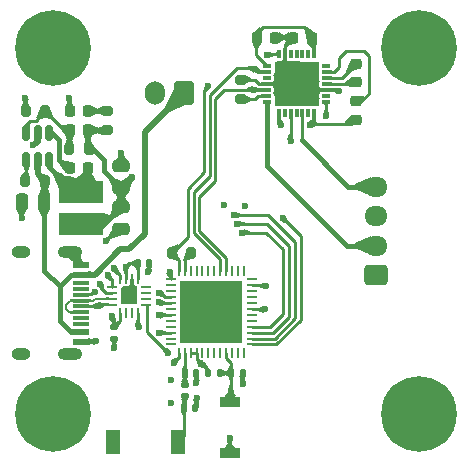
<source format=gbr>
%TF.GenerationSoftware,KiCad,Pcbnew,7.0.10*%
%TF.CreationDate,2024-02-04T10:39:00+08:00*%
%TF.ProjectId,42stepmotor,34327374-6570-46d6-9f74-6f722e6b6963,rev?*%
%TF.SameCoordinates,Original*%
%TF.FileFunction,Copper,L1,Top*%
%TF.FilePolarity,Positive*%
%FSLAX46Y46*%
G04 Gerber Fmt 4.6, Leading zero omitted, Abs format (unit mm)*
G04 Created by KiCad (PCBNEW 7.0.10) date 2024-02-04 10:39:00*
%MOMM*%
%LPD*%
G01*
G04 APERTURE LIST*
G04 Aperture macros list*
%AMRoundRect*
0 Rectangle with rounded corners*
0 $1 Rounding radius*
0 $2 $3 $4 $5 $6 $7 $8 $9 X,Y pos of 4 corners*
0 Add a 4 corners polygon primitive as box body*
4,1,4,$2,$3,$4,$5,$6,$7,$8,$9,$2,$3,0*
0 Add four circle primitives for the rounded corners*
1,1,$1+$1,$2,$3*
1,1,$1+$1,$4,$5*
1,1,$1+$1,$6,$7*
1,1,$1+$1,$8,$9*
0 Add four rect primitives between the rounded corners*
20,1,$1+$1,$2,$3,$4,$5,0*
20,1,$1+$1,$4,$5,$6,$7,0*
20,1,$1+$1,$6,$7,$8,$9,0*
20,1,$1+$1,$8,$9,$2,$3,0*%
G04 Aperture macros list end*
%TA.AperFunction,ComponentPad*%
%ADD10RoundRect,0.250000X0.725000X-0.600000X0.725000X0.600000X-0.725000X0.600000X-0.725000X-0.600000X0*%
%TD*%
%TA.AperFunction,ComponentPad*%
%ADD11O,1.950000X1.700000*%
%TD*%
%TA.AperFunction,SMDPad,CuDef*%
%ADD12RoundRect,0.140000X0.140000X0.170000X-0.140000X0.170000X-0.140000X-0.170000X0.140000X-0.170000X0*%
%TD*%
%TA.AperFunction,ComponentPad*%
%ADD13O,1.700000X2.000000*%
%TD*%
%TA.AperFunction,ComponentPad*%
%ADD14RoundRect,0.250000X0.600000X0.750000X-0.600000X0.750000X-0.600000X-0.750000X0.600000X-0.750000X0*%
%TD*%
%TA.AperFunction,SMDPad,CuDef*%
%ADD15RoundRect,0.218750X-0.218750X-0.256250X0.218750X-0.256250X0.218750X0.256250X-0.218750X0.256250X0*%
%TD*%
%TA.AperFunction,SMDPad,CuDef*%
%ADD16R,1.450000X0.600000*%
%TD*%
%TA.AperFunction,SMDPad,CuDef*%
%ADD17R,1.450000X0.300000*%
%TD*%
%TA.AperFunction,ComponentPad*%
%ADD18O,2.100000X1.000000*%
%TD*%
%TA.AperFunction,ComponentPad*%
%ADD19O,1.600000X1.000000*%
%TD*%
%TA.AperFunction,SMDPad,CuDef*%
%ADD20RoundRect,0.225000X-0.225000X-0.250000X0.225000X-0.250000X0.225000X0.250000X-0.225000X0.250000X0*%
%TD*%
%TA.AperFunction,SMDPad,CuDef*%
%ADD21RoundRect,0.225000X-0.250000X0.225000X-0.250000X-0.225000X0.250000X-0.225000X0.250000X0.225000X0*%
%TD*%
%TA.AperFunction,SMDPad,CuDef*%
%ADD22R,3.708400X3.708400*%
%TD*%
%TA.AperFunction,SMDPad,CuDef*%
%ADD23R,0.304800X0.711200*%
%TD*%
%TA.AperFunction,SMDPad,CuDef*%
%ADD24R,0.711200X0.304800*%
%TD*%
%TA.AperFunction,SMDPad,CuDef*%
%ADD25RoundRect,0.250000X0.475000X-0.250000X0.475000X0.250000X-0.475000X0.250000X-0.475000X-0.250000X0*%
%TD*%
%TA.AperFunction,SMDPad,CuDef*%
%ADD26RoundRect,0.200000X-0.200000X-0.275000X0.200000X-0.275000X0.200000X0.275000X-0.200000X0.275000X0*%
%TD*%
%TA.AperFunction,SMDPad,CuDef*%
%ADD27RoundRect,0.140000X0.170000X-0.140000X0.170000X0.140000X-0.170000X0.140000X-0.170000X-0.140000X0*%
%TD*%
%TA.AperFunction,SMDPad,CuDef*%
%ADD28R,1.700000X0.900000*%
%TD*%
%TA.AperFunction,SMDPad,CuDef*%
%ADD29RoundRect,0.200000X0.275000X-0.200000X0.275000X0.200000X-0.275000X0.200000X-0.275000X-0.200000X0*%
%TD*%
%TA.AperFunction,SMDPad,CuDef*%
%ADD30RoundRect,0.062500X-0.062500X0.375000X-0.062500X-0.375000X0.062500X-0.375000X0.062500X0.375000X0*%
%TD*%
%TA.AperFunction,SMDPad,CuDef*%
%ADD31RoundRect,0.062500X-0.375000X0.062500X-0.375000X-0.062500X0.375000X-0.062500X0.375000X0.062500X0*%
%TD*%
%TA.AperFunction,SMDPad,CuDef*%
%ADD32R,1.450000X1.450000*%
%TD*%
%TA.AperFunction,SMDPad,CuDef*%
%ADD33RoundRect,0.135000X-0.135000X-0.185000X0.135000X-0.185000X0.135000X0.185000X-0.135000X0.185000X0*%
%TD*%
%TA.AperFunction,ComponentPad*%
%ADD34C,0.800000*%
%TD*%
%TA.AperFunction,ComponentPad*%
%ADD35C,6.400000*%
%TD*%
%TA.AperFunction,SMDPad,CuDef*%
%ADD36RoundRect,0.150000X-0.150000X0.512500X-0.150000X-0.512500X0.150000X-0.512500X0.150000X0.512500X0*%
%TD*%
%TA.AperFunction,SMDPad,CuDef*%
%ADD37R,3.700000X1.900000*%
%TD*%
%TA.AperFunction,SMDPad,CuDef*%
%ADD38RoundRect,0.225000X0.225000X0.250000X-0.225000X0.250000X-0.225000X-0.250000X0.225000X-0.250000X0*%
%TD*%
%TA.AperFunction,SMDPad,CuDef*%
%ADD39R,1.200000X2.000000*%
%TD*%
%TA.AperFunction,SMDPad,CuDef*%
%ADD40RoundRect,0.250000X0.250000X0.475000X-0.250000X0.475000X-0.250000X-0.475000X0.250000X-0.475000X0*%
%TD*%
%TA.AperFunction,SMDPad,CuDef*%
%ADD41RoundRect,0.250000X-0.475000X0.250000X-0.475000X-0.250000X0.475000X-0.250000X0.475000X0.250000X0*%
%TD*%
%TA.AperFunction,SMDPad,CuDef*%
%ADD42RoundRect,0.140000X-0.140000X-0.170000X0.140000X-0.170000X0.140000X0.170000X-0.140000X0.170000X0*%
%TD*%
%TA.AperFunction,SMDPad,CuDef*%
%ADD43RoundRect,0.062500X0.062500X-0.337500X0.062500X0.337500X-0.062500X0.337500X-0.062500X-0.337500X0*%
%TD*%
%TA.AperFunction,SMDPad,CuDef*%
%ADD44RoundRect,0.062500X0.337500X-0.062500X0.337500X0.062500X-0.337500X0.062500X-0.337500X-0.062500X0*%
%TD*%
%TA.AperFunction,SMDPad,CuDef*%
%ADD45R,5.300000X5.300000*%
%TD*%
%TA.AperFunction,SMDPad,CuDef*%
%ADD46RoundRect,0.200000X0.200000X0.275000X-0.200000X0.275000X-0.200000X-0.275000X0.200000X-0.275000X0*%
%TD*%
%TA.AperFunction,SMDPad,CuDef*%
%ADD47RoundRect,0.147500X0.172500X-0.147500X0.172500X0.147500X-0.172500X0.147500X-0.172500X-0.147500X0*%
%TD*%
%TA.AperFunction,ViaPad*%
%ADD48C,0.600000*%
%TD*%
%TA.AperFunction,Conductor*%
%ADD49C,0.250000*%
%TD*%
%TA.AperFunction,Conductor*%
%ADD50C,0.400000*%
%TD*%
%TA.AperFunction,Conductor*%
%ADD51C,0.500000*%
%TD*%
%TA.AperFunction,Conductor*%
%ADD52C,0.200000*%
%TD*%
G04 APERTURE END LIST*
D10*
%TO.P,E2,1,Pin_1*%
%TO.N,OA1*%
X127400000Y-108200000D03*
D11*
%TO.P,E2,2,Pin_2*%
%TO.N,OA2*%
X127400000Y-105700000D03*
%TO.P,E2,3,Pin_3*%
%TO.N,OB2*%
X127400000Y-103200000D03*
%TO.P,E2,4,Pin_4*%
%TO.N,OB1*%
X127400000Y-100700000D03*
%TD*%
D12*
%TO.P,C7,2*%
%TO.N,3.3V*%
X107220000Y-107200000D03*
%TO.P,C7,1*%
%TO.N,GND*%
X108180000Y-107200000D03*
%TD*%
D13*
%TO.P,J1,2,Pin_2*%
%TO.N,GND*%
X108650000Y-92750000D03*
D14*
%TO.P,J1,1,Pin_1*%
%TO.N,4.5V-30V*%
X111150000Y-92750000D03*
%TD*%
D15*
%TO.P,D2,2,A*%
%TO.N,Net-(D2-A)*%
X103012500Y-94325000D03*
%TO.P,D2,1,K*%
%TO.N,GND*%
X101437500Y-94325000D03*
%TD*%
D16*
%TO.P,J2,A1,GND*%
%TO.N,GND*%
X102385000Y-107350000D03*
%TO.P,J2,A4,VBUS*%
%TO.N,4.5V-30V*%
X102385000Y-108150000D03*
D17*
%TO.P,J2,A5,CC1*%
%TO.N,unconnected-(J2-CC1-PadA5)*%
X102385000Y-109350000D03*
%TO.P,J2,A6,D+*%
%TO.N,D+*%
X102385000Y-110350000D03*
%TO.P,J2,A7,D-*%
%TO.N,D-*%
X102385000Y-110850000D03*
%TO.P,J2,A8,SBU1*%
%TO.N,unconnected-(J2-SBU1-PadA8)*%
X102385000Y-111850000D03*
D16*
%TO.P,J2,A9,VBUS*%
%TO.N,4.5V-30V*%
X102385000Y-113050000D03*
%TO.P,J2,A12,GND*%
%TO.N,GND*%
X102385000Y-113850000D03*
%TO.P,J2,B1,GND*%
X102385000Y-113850000D03*
%TO.P,J2,B4,VBUS*%
%TO.N,4.5V-30V*%
X102385000Y-113050000D03*
D17*
%TO.P,J2,B5,CC2*%
%TO.N,unconnected-(J2-CC2-PadB5)*%
X102385000Y-112350000D03*
%TO.P,J2,B6,D+*%
%TO.N,D+*%
X102385000Y-111350000D03*
%TO.P,J2,B7,D-*%
%TO.N,D-*%
X102385000Y-109850000D03*
%TO.P,J2,B8,SBU2*%
%TO.N,unconnected-(J2-SBU2-PadB8)*%
X102385000Y-108850000D03*
D16*
%TO.P,J2,B9,VBUS*%
%TO.N,4.5V-30V*%
X102385000Y-108150000D03*
%TO.P,J2,B12,GND*%
%TO.N,GND*%
X102385000Y-107350000D03*
D18*
%TO.P,J2,S1,SHIELD*%
X101470000Y-106280000D03*
D19*
X97290000Y-106280000D03*
D18*
X101470000Y-114920000D03*
D19*
X97290000Y-114920000D03*
%TD*%
D20*
%TO.P,C9,2*%
%TO.N,5V*%
X121923510Y-88098510D03*
%TO.P,C9,1*%
%TO.N,GND*%
X120373510Y-88098510D03*
%TD*%
D21*
%TO.P,C11,2*%
%TO.N,Net-(U5-CPO)*%
X125650000Y-91875000D03*
%TO.P,C11,1*%
%TO.N,Net-(U5-CPI)*%
X125650000Y-90325000D03*
%TD*%
D22*
%TO.P,U5,29,EXP*%
%TO.N,GND*%
X120650760Y-92000760D03*
D23*
%TO.P,U5,28,VS*%
%TO.N,4.5V-30V*%
X122151900Y-94500760D03*
%TO.P,U5,27,BRB*%
%TO.N,GND*%
X121651520Y-94500760D03*
%TO.P,U5,26,OB1*%
%TO.N,OB1*%
X121151141Y-94500760D03*
%TO.P,U5,25,NC*%
%TO.N,unconnected-(U5-NC-Pad25)*%
X120650760Y-94500760D03*
%TO.P,U5,24,OA1*%
%TO.N,OA1*%
X120150379Y-94500760D03*
%TO.P,U5,23,BRA*%
%TO.N,GND*%
X119650000Y-94500760D03*
%TO.P,U5,22,VS*%
%TO.N,4.5V-30V*%
X119149620Y-94500760D03*
D24*
%TO.P,U5,21,OA2*%
%TO.N,OA2*%
X118150760Y-93501900D03*
%TO.P,U5,20,STDBY*%
%TO.N,Net-(U5-STDBY)*%
X118150760Y-93001520D03*
%TO.P,U5,19,DIR*%
%TO.N,TMC_DIR*%
X118150760Y-92501141D03*
%TO.P,U5,18,GND*%
%TO.N,GND*%
X118150760Y-92000760D03*
%TO.P,U5,17,VREF*%
%TO.N,unconnected-(U5-VREF-Pad17)*%
X118150760Y-91500379D03*
%TO.P,U5,16,STEP*%
%TO.N,TMC_STEP*%
X118150760Y-91000000D03*
%TO.P,U5,15,VCC_IO*%
%TO.N,5V*%
X118150760Y-90499620D03*
D23*
%TO.P,U5,14,~{PD}_UART*%
%TO.N,TMC_RX*%
X119149620Y-89500760D03*
%TO.P,U5,13,CLK*%
%TO.N,GND*%
X119650000Y-89500760D03*
%TO.P,U5,12,INDEX*%
%TO.N,unconnected-(U5-INDEX-Pad12)*%
X120150379Y-89500760D03*
%TO.P,U5,11,DIAG*%
%TO.N,unconnected-(U5-DIAG-Pad11)*%
X120650760Y-89500760D03*
%TO.P,U5,10,MS2_AD1*%
%TO.N,unconnected-(U5-MS2_AD1-Pad10)*%
X121151141Y-89500760D03*
%TO.P,U5,9,MS1_AD0*%
%TO.N,unconnected-(U5-MS1_AD0-Pad9)*%
X121651520Y-89500760D03*
%TO.P,U5,8,5VOUT*%
%TO.N,5V*%
X122151900Y-89500760D03*
D24*
%TO.P,U5,7,SPREAD*%
%TO.N,unconnected-(U5-SPREAD-Pad7)*%
X123150760Y-90499620D03*
%TO.P,U5,6,VCP*%
%TO.N,Net-(U5-VCP)*%
X123150760Y-91000000D03*
%TO.P,U5,5,CPI*%
%TO.N,Net-(U5-CPI)*%
X123150760Y-91500379D03*
%TO.P,U5,4,CPO*%
%TO.N,Net-(U5-CPO)*%
X123150760Y-92000760D03*
%TO.P,U5,3,GND*%
%TO.N,GND*%
X123150760Y-92501141D03*
%TO.P,U5,2,~{EN}*%
%TO.N,unconnected-(U5-~{EN}-Pad2)*%
X123150760Y-93001520D03*
%TO.P,U5,1,OB2*%
%TO.N,OB2*%
X123150760Y-93501900D03*
%TD*%
D21*
%TO.P,C12,2*%
%TO.N,4.5V-30V*%
X125650000Y-95025000D03*
%TO.P,C12,1*%
%TO.N,Net-(U5-VCP)*%
X125650000Y-93475000D03*
%TD*%
D12*
%TO.P,CANT_C2,2*%
%TO.N,Net-(U3-LNA_IN)*%
X111210000Y-116470000D03*
%TO.P,CANT_C2,1*%
%TO.N,GND*%
X112170000Y-116470000D03*
%TD*%
D25*
%TO.P,C4,2*%
%TO.N,GND*%
X105825000Y-98925000D03*
%TO.P,C4,1*%
%TO.N,3.3V*%
X105825000Y-100825000D03*
%TD*%
D26*
%TO.P,R2,2*%
%TO.N,Net-(U4-FB)*%
X99375000Y-94325000D03*
%TO.P,R2,1*%
%TO.N,GND*%
X97725000Y-94325000D03*
%TD*%
D27*
%TO.P,C3,2*%
%TO.N,3.3V*%
X105200000Y-112620000D03*
%TO.P,C3,1*%
%TO.N,GND*%
X105200000Y-113580000D03*
%TD*%
D20*
%TO.P,C2,2*%
%TO.N,3.3V*%
X103000000Y-95925000D03*
%TO.P,C2,1*%
%TO.N,Net-(U4-FB)*%
X101450000Y-95925000D03*
%TD*%
D28*
%TO.P,SW1,2,2*%
%TO.N,EN*%
X115000000Y-118900000D03*
%TO.P,SW1,1,1*%
%TO.N,GND*%
X115000000Y-123300000D03*
%TD*%
D12*
%TO.P,ANT_C1,2*%
%TO.N,Net-(E1-A)*%
X111120000Y-119470000D03*
%TO.P,ANT_C1,1*%
%TO.N,GND*%
X112080000Y-119470000D03*
%TD*%
D29*
%TO.P,R11,2*%
%TO.N,Net-(D2-A)*%
X104625000Y-94300000D03*
%TO.P,R11,1*%
%TO.N,3.3V*%
X104625000Y-95950000D03*
%TD*%
D30*
%TO.P,U1,1,VIO*%
%TO.N,3.3V*%
X107212500Y-108512500D03*
%TO.P,U1,2,GND*%
%TO.N,GND*%
X106712500Y-108512500D03*
%TO.P,U1,3,VDD5*%
%TO.N,3.3V*%
X106212500Y-108512500D03*
%TO.P,U1,4,TXD*%
%TO.N,RX*%
X105712500Y-108512500D03*
D31*
%TO.P,U1,5,RXD*%
%TO.N,TX*%
X105025000Y-109200000D03*
%TO.P,U1,6,V3*%
%TO.N,3.3V*%
X105025000Y-109700000D03*
%TO.P,U1,7,UD+*%
%TO.N,D+*%
X105025000Y-110200000D03*
%TO.P,U1,8,UD-*%
%TO.N,D-*%
X105025000Y-110700000D03*
D30*
%TO.P,U1,9,VBUS*%
%TO.N,3.3V*%
X105712500Y-111387500D03*
%TO.P,U1,10,ACT#*%
%TO.N,unconnected-(U1-ACT#-Pad10)*%
X106212500Y-111387500D03*
%TO.P,U1,11,DCD*%
%TO.N,unconnected-(U1-DCD-Pad11)*%
X106712500Y-111387500D03*
%TO.P,U1,12,DTR*%
%TO.N,OP*%
X107212500Y-111387500D03*
D31*
%TO.P,U1,13,RTS*%
%TO.N,EN*%
X107900000Y-110700000D03*
%TO.P,U1,14,DSR*%
%TO.N,unconnected-(U1-DSR-Pad14)*%
X107900000Y-110200000D03*
%TO.P,U1,15,CTS*%
%TO.N,unconnected-(U1-CTS-Pad15)*%
X107900000Y-109700000D03*
%TO.P,U1,16,RI*%
%TO.N,unconnected-(U1-RI-Pad16)*%
X107900000Y-109200000D03*
D32*
%TO.P,U1,17,GND*%
%TO.N,GND*%
X106462500Y-109950000D03*
%TD*%
D33*
%TO.P,R4,2*%
%TO.N,EN*%
X114210000Y-116500000D03*
%TO.P,R4,1*%
%TO.N,3.3V*%
X113190000Y-116500000D03*
%TD*%
D34*
%TO.P,H3,1*%
%TO.N,N/C*%
X128600000Y-89000000D03*
X129302944Y-87302944D03*
X129302944Y-90697056D03*
X131000000Y-86600000D03*
D35*
X131000000Y-89000000D03*
D34*
X131000000Y-91400000D03*
X132697056Y-87302944D03*
X132697056Y-90697056D03*
X133400000Y-89000000D03*
%TD*%
D26*
%TO.P,R1,2*%
%TO.N,3.3V*%
X103050000Y-97525000D03*
%TO.P,R1,1*%
%TO.N,Net-(U4-FB)*%
X101400000Y-97525000D03*
%TD*%
D36*
%TO.P,U4,6,SW*%
%TO.N,Net-(U4-SW)*%
X99675000Y-98412500D03*
%TO.P,U4,5,IN*%
%TO.N,4.5V-30V*%
X98725000Y-98412500D03*
%TO.P,U4,4,EN*%
%TO.N,Net-(U4-EN)*%
X97775000Y-98412500D03*
%TO.P,U4,3,FB*%
%TO.N,Net-(U4-FB)*%
X97775000Y-96137500D03*
%TO.P,U4,2,GND*%
%TO.N,GND*%
X98725000Y-96137500D03*
%TO.P,U4,1,BS*%
%TO.N,Net-(U4-BS)*%
X99675000Y-96137500D03*
%TD*%
D26*
%TO.P,R3,2*%
%TO.N,4.5V-30V*%
X99350000Y-100225000D03*
%TO.P,R3,1*%
%TO.N,Net-(U4-EN)*%
X97700000Y-100225000D03*
%TD*%
D34*
%TO.P,H2,1*%
%TO.N,N/C*%
X97600000Y-120000000D03*
X98302944Y-118302944D03*
X98302944Y-121697056D03*
X100000000Y-117600000D03*
D35*
X100000000Y-120000000D03*
D34*
X100000000Y-122400000D03*
X101697056Y-118302944D03*
X101697056Y-121697056D03*
X102400000Y-120000000D03*
%TD*%
D37*
%TO.P,L1,2,2*%
%TO.N,3.3V*%
X102425000Y-103875000D03*
%TO.P,L1,1,1*%
%TO.N,Net-(U4-SW)*%
X102425000Y-101175000D03*
%TD*%
D29*
%TO.P,R9,2*%
%TO.N,GND*%
X115948510Y-91673510D03*
%TO.P,R9,1*%
%TO.N,Net-(U5-STDBY)*%
X115948510Y-93323510D03*
%TD*%
D38*
%TO.P,C13,2*%
%TO.N,5V*%
X117273510Y-88098510D03*
%TO.P,C13,1*%
%TO.N,GND*%
X118823510Y-88098510D03*
%TD*%
D34*
%TO.P,H4,1*%
%TO.N,N/C*%
X97600000Y-89000000D03*
X98302944Y-87302944D03*
X98302944Y-90697056D03*
X100000000Y-86600000D03*
D35*
X100000000Y-89000000D03*
D34*
X100000000Y-91400000D03*
X101697056Y-87302944D03*
X101697056Y-90697056D03*
X102400000Y-89000000D03*
%TD*%
D39*
%TO.P,E1,1,A*%
%TO.N,Net-(E1-A)*%
X110650000Y-122300000D03*
%TO.P,E1,2*%
%TO.N,N/C*%
X105150000Y-122300000D03*
%TD*%
D34*
%TO.P,H1,1*%
%TO.N,N/C*%
X128600000Y-120000000D03*
X129302944Y-118302944D03*
X129302944Y-121697056D03*
X131000000Y-117600000D03*
D35*
X131000000Y-120000000D03*
D34*
X131000000Y-122400000D03*
X132697056Y-118302944D03*
X132697056Y-121697056D03*
X133400000Y-120000000D03*
%TD*%
D38*
%TO.P,C1,2*%
%TO.N,Net-(U4-BS)*%
X101450000Y-99125000D03*
%TO.P,C1,1*%
%TO.N,Net-(U4-SW)*%
X103000000Y-99125000D03*
%TD*%
D40*
%TO.P,C5,2*%
%TO.N,GND*%
X97375000Y-102025000D03*
%TO.P,C5,1*%
%TO.N,4.5V-30V*%
X99275000Y-102025000D03*
%TD*%
D41*
%TO.P,C8,2*%
%TO.N,GND*%
X105825000Y-104325000D03*
%TO.P,C8,1*%
%TO.N,3.3V*%
X105825000Y-102425000D03*
%TD*%
D42*
%TO.P,C6,2*%
%TO.N,GND*%
X116080000Y-116500000D03*
%TO.P,C6,1*%
%TO.N,EN*%
X115120000Y-116500000D03*
%TD*%
D43*
%TO.P,U3,1,VDDA*%
%TO.N,3.3V*%
X110690000Y-114770000D03*
%TO.P,U3,2,LNA_IN*%
%TO.N,Net-(U3-LNA_IN)*%
X111190000Y-114770000D03*
%TO.P,U3,3,VDDA3P3*%
%TO.N,3.3V*%
X111690000Y-114770000D03*
%TO.P,U3,4,VDDA3P3*%
X112190000Y-114770000D03*
%TO.P,U3,5,SEN_VP*%
%TO.N,unconnected-(U3-SEN_VP-Pad5)*%
X112690000Y-114770000D03*
%TO.P,U3,6,SEN_CAPP*%
%TO.N,unconnected-(U3-SEN_CAPP-Pad6)*%
X113190000Y-114770000D03*
%TO.P,U3,7,SEN_CAPN*%
%TO.N,unconnected-(U3-SEN_CAPN-Pad7)*%
X113690000Y-114770000D03*
%TO.P,U3,8,SEN_VN*%
%TO.N,unconnected-(U3-SEN_VN-Pad8)*%
X114190000Y-114770000D03*
%TO.P,U3,9,EN*%
%TO.N,EN*%
X114690000Y-114770000D03*
%TO.P,U3,10,IO34*%
%TO.N,unconnected-(U3-IO34-Pad10)*%
X115190000Y-114770000D03*
%TO.P,U3,11,IO35*%
%TO.N,unconnected-(U3-IO35-Pad11)*%
X115690000Y-114770000D03*
%TO.P,U3,12,IO32*%
%TO.N,unconnected-(U3-IO32-Pad12)*%
X116190000Y-114770000D03*
D44*
%TO.P,U3,13,IO33*%
%TO.N,SPI_CS*%
X116890000Y-114070000D03*
%TO.P,U3,14,IO25*%
%TO.N,SPI_MOSI*%
X116890000Y-113570000D03*
%TO.P,U3,15,IO26*%
%TO.N,SPI_MISO*%
X116890000Y-113070000D03*
%TO.P,U3,16,IO27*%
%TO.N,SPI_CLK*%
X116890000Y-112570000D03*
%TO.P,U3,17,IO14*%
%TO.N,unconnected-(U3-IO14-Pad17)*%
X116890000Y-112070000D03*
%TO.P,U3,18,IO12*%
%TO.N,unconnected-(U3-IO12-Pad18)*%
X116890000Y-111570000D03*
%TO.P,U3,19,VDD3P3_RTC*%
%TO.N,3.3V*%
X116890000Y-111070000D03*
%TO.P,U3,20,IO13*%
%TO.N,unconnected-(U3-IO13-Pad20)*%
X116890000Y-110570000D03*
%TO.P,U3,21,IO15*%
%TO.N,unconnected-(U3-IO15-Pad21)*%
X116890000Y-110070000D03*
%TO.P,U3,22,IO2*%
%TO.N,unconnected-(U3-IO2-Pad22)*%
X116890000Y-109570000D03*
%TO.P,U3,23,IO0*%
%TO.N,OP*%
X116890000Y-109070000D03*
%TO.P,U3,24,IO4*%
%TO.N,unconnected-(U3-IO4-Pad24)*%
X116890000Y-108570000D03*
D43*
%TO.P,U3,25,IO16*%
%TO.N,unconnected-(U3-IO16-Pad25)*%
X116190000Y-107870000D03*
%TO.P,U3,26,VDD_SDIO*%
%TO.N,unconnected-(U3-VDD_SDIO-Pad26)*%
X115690000Y-107870000D03*
%TO.P,U3,27,IO17*%
%TO.N,unconnected-(U3-IO17-Pad27)*%
X115190000Y-107870000D03*
%TO.P,U3,28,SD2*%
%TO.N,TMC_DIR*%
X114690000Y-107870000D03*
%TO.P,U3,29,SD3*%
%TO.N,TMC_STEP*%
X114190000Y-107870000D03*
%TO.P,U3,30,CMD*%
%TO.N,unconnected-(U3-CMD-Pad30)*%
X113690000Y-107870000D03*
%TO.P,U3,31,CLK*%
%TO.N,unconnected-(U3-CLK-Pad31)*%
X113190000Y-107870000D03*
%TO.P,U3,32,SD0*%
%TO.N,unconnected-(U3-SD0-Pad32)*%
X112690000Y-107870000D03*
%TO.P,U3,33,SD1*%
%TO.N,unconnected-(U3-SD1-Pad33)*%
X112190000Y-107870000D03*
%TO.P,U3,34,IO5*%
%TO.N,unconnected-(U3-IO5-Pad34)*%
X111690000Y-107870000D03*
%TO.P,U3,35,IO18*%
%TO.N,TMC_TX*%
X111190000Y-107870000D03*
%TO.P,U3,36,IO23*%
%TO.N,TMC_RX*%
X110690000Y-107870000D03*
D44*
%TO.P,U3,37,VDD3P3_CPU*%
%TO.N,3.3V*%
X109990000Y-108570000D03*
%TO.P,U3,38,IO19*%
%TO.N,unconnected-(U3-IO19-Pad38)*%
X109990000Y-109070000D03*
%TO.P,U3,39,IO22*%
%TO.N,unconnected-(U3-IO22-Pad39)*%
X109990000Y-109570000D03*
%TO.P,U3,40,U0RXD*%
%TO.N,RX*%
X109990000Y-110070000D03*
%TO.P,U3,41,U0TXD*%
%TO.N,TX*%
X109990000Y-110570000D03*
%TO.P,U3,42,IO21*%
%TO.N,unconnected-(U3-IO21-Pad42)*%
X109990000Y-111070000D03*
%TO.P,U3,43,VDDA*%
%TO.N,3.3V*%
X109990000Y-111570000D03*
%TO.P,U3,44,XTAL_N_NC*%
%TO.N,unconnected-(U3-XTAL_N_NC-Pad44)*%
X109990000Y-112070000D03*
%TO.P,U3,45,XTAL_P_NC*%
%TO.N,unconnected-(U3-XTAL_P_NC-Pad45)*%
X109990000Y-112570000D03*
%TO.P,U3,46,VDDA*%
%TO.N,3.3V*%
X109990000Y-113070000D03*
%TO.P,U3,47,CAP2_NC*%
%TO.N,unconnected-(U3-CAP2_NC-Pad47)*%
X109990000Y-113570000D03*
%TO.P,U3,48,CAP1_NC*%
%TO.N,unconnected-(U3-CAP1_NC-Pad48)*%
X109990000Y-114070000D03*
D45*
%TO.P,U3,49,GND*%
%TO.N,GND*%
X113440000Y-111320000D03*
%TD*%
D46*
%TO.P,R6,2*%
%TO.N,TMC_RX*%
X110075000Y-106300000D03*
%TO.P,R6,1*%
%TO.N,TMC_TX*%
X111725000Y-106300000D03*
%TD*%
D47*
%TO.P,ANT_L1,2,2*%
%TO.N,Net-(U3-LNA_IN)*%
X111200000Y-117485000D03*
%TO.P,ANT_L1,1,1*%
%TO.N,Net-(E1-A)*%
X111200000Y-118455000D03*
%TD*%
D48*
%TO.N,GND*%
X110040000Y-119020000D03*
X110060000Y-117120000D03*
%TO.N,TMC_RX*%
X113150000Y-92210000D03*
X118175000Y-89555000D03*
%TO.N,OB2*%
X123150760Y-94700000D03*
%TO.N,4.5V-30V*%
X121800000Y-95450000D03*
X119300000Y-95450000D03*
%TO.N,OA1*%
X120150379Y-96850379D03*
%TO.N,TMC_STEP*%
X117150000Y-90775000D03*
%TO.N,TMC_DIR*%
X117048510Y-92498510D03*
%TO.N,GND*%
X108079508Y-107940981D03*
X124250760Y-92625760D03*
%TO.N,3.3V*%
X116275000Y-102375000D03*
%TO.N,GND*%
X114500000Y-102300000D03*
%TO.N,SPI_MOSI*%
X115400000Y-103100000D03*
%TO.N,SPI_MISO*%
X115650000Y-103859291D03*
%TO.N,SPI_CLK*%
X116075000Y-104600000D03*
%TO.N,SPI_CS*%
X119500000Y-103400000D03*
%TO.N,GND*%
X105200000Y-114400000D03*
X112170000Y-117300000D03*
X103700000Y-113800000D03*
X116100000Y-117400000D03*
X98325000Y-97225000D03*
X112700000Y-111200000D03*
X115500000Y-111200000D03*
X97700000Y-93200000D03*
X97400000Y-103400000D03*
X114100000Y-111200000D03*
X115000000Y-122000000D03*
X101400000Y-93200000D03*
X111300000Y-111200000D03*
X106800000Y-109900000D03*
X106100000Y-109900000D03*
X104500000Y-105300000D03*
X112200000Y-118600000D03*
X105800000Y-97900000D03*
%TO.N,3.3V*%
X106700000Y-99900000D03*
X110259999Y-115600000D03*
X118000000Y-111100000D03*
X105000000Y-111700000D03*
X112600000Y-115700000D03*
X109000000Y-113100000D03*
X109900000Y-107900000D03*
X109000000Y-111600000D03*
X106200000Y-107500000D03*
X104043627Y-108934654D03*
%TO.N,D-*%
X103850000Y-110800000D03*
X103599422Y-109600000D03*
%TO.N,RX*%
X105180921Y-107612624D03*
X109000000Y-109699997D03*
%TO.N,TX*%
X109000000Y-110500000D03*
X104670971Y-108229029D03*
%TO.N,OP*%
X118100000Y-109100000D03*
X107275000Y-112600000D03*
%TO.N,EN*%
X109800000Y-114800000D03*
X115100000Y-118100000D03*
%TD*%
D49*
%TO.N,OB1*%
X121151141Y-94500760D02*
X121151141Y-96801141D01*
D50*
X121151141Y-96801141D02*
X125050000Y-100700000D01*
X125050000Y-100700000D02*
X127400000Y-100700000D01*
D49*
%TO.N,TMC_STEP*%
X113300000Y-99830000D02*
X111940000Y-101190000D01*
%TO.N,TMC_RX*%
X112850000Y-99480000D02*
X111440000Y-100890000D01*
%TO.N,TMC_DIR*%
X113750000Y-93285412D02*
X114536902Y-92498510D01*
X112390000Y-101580000D02*
X113750000Y-100220000D01*
%TO.N,Net-(U5-VCP)*%
X123808380Y-91000000D02*
X124250000Y-90558380D01*
X126350000Y-89250000D02*
X126750000Y-89650000D01*
%TO.N,GND*%
X121151141Y-92501141D02*
X120650760Y-92000760D01*
X117434644Y-92000760D02*
X117107394Y-91673510D01*
%TO.N,Net-(U5-STDBY)*%
X117429384Y-93001520D02*
X117107394Y-93323510D01*
%TO.N,TMC_RX*%
X110690000Y-106915000D02*
X110075000Y-106300000D01*
%TO.N,3.3V*%
X107212500Y-107207500D02*
X107220000Y-107200000D01*
%TO.N,SPI_CLK*%
X119500000Y-111500000D02*
X118430000Y-112570000D01*
X118100000Y-104600000D02*
X119500000Y-106000000D01*
D51*
%TO.N,4.5V-30V*%
X105700000Y-106000000D02*
X106500000Y-106000000D01*
D50*
%TO.N,Net-(U4-SW)*%
X101775001Y-101175000D02*
X102425000Y-101175000D01*
D49*
%TO.N,Net-(U4-FB)*%
X98125001Y-95125000D02*
X98575000Y-95125000D01*
X99375000Y-94325000D02*
X99387500Y-94325000D01*
D50*
X101400000Y-95975000D02*
X101450000Y-95925000D01*
D51*
%TO.N,4.5V-30V*%
X98725000Y-99600000D02*
X99350000Y-100225000D01*
D50*
X101950000Y-108150000D02*
X102000000Y-108200000D01*
D51*
X99350000Y-101950000D02*
X99275000Y-102025000D01*
D50*
X102000000Y-108200000D02*
X102050000Y-108150000D01*
X102435000Y-108150000D02*
X102385000Y-108150000D01*
D49*
%TO.N,3.3V*%
X112190000Y-115219740D02*
X112190000Y-114770000D01*
D50*
X103000000Y-97475000D02*
X103050000Y-97525000D01*
X104325000Y-98425000D02*
X104325000Y-99425000D01*
X105725000Y-100825000D02*
X105825000Y-100825000D01*
D52*
%TO.N,D+*%
X101100000Y-111040000D02*
X101100000Y-110700000D01*
X103550000Y-110200000D02*
X103400000Y-110350000D01*
D49*
%TO.N,TX*%
X109200000Y-110500000D02*
X109270000Y-110570000D01*
%TO.N,EN*%
X115100000Y-116480000D02*
X115120000Y-116500000D01*
X115100000Y-116520000D02*
X115120000Y-116500000D01*
%TO.N,Net-(E1-A)*%
X111200000Y-119390000D02*
X111120000Y-119470000D01*
%TO.N,Net-(U3-LNA_IN)*%
X111210000Y-116470000D02*
X111190000Y-116450000D01*
%TO.N,TMC_STEP*%
X117375000Y-91000000D02*
X118150760Y-91000000D01*
X114190000Y-106860000D02*
X114190000Y-107870000D01*
X111940000Y-104610000D02*
X114190000Y-106860000D01*
X115630000Y-90660000D02*
X113300000Y-92990000D01*
X117035000Y-90660000D02*
X115630000Y-90660000D01*
X111940000Y-101190000D02*
X111940000Y-104610000D01*
X113300000Y-92990000D02*
X113300000Y-99830000D01*
X117150000Y-90775000D02*
X117375000Y-91000000D01*
X117150000Y-90775000D02*
X117035000Y-90660000D01*
%TO.N,TMC_RX*%
X118175000Y-89555000D02*
X118229240Y-89500760D01*
X118229240Y-89500760D02*
X119149620Y-89500760D01*
X111440000Y-100890000D02*
X111440000Y-104935000D01*
X111440000Y-104935000D02*
X110075000Y-106300000D01*
X113150000Y-92210000D02*
X112850000Y-92510000D01*
X112850000Y-92510000D02*
X112850000Y-99480000D01*
%TO.N,TMC_DIR*%
X113750000Y-100220000D02*
X113750000Y-93285412D01*
X114690000Y-106723604D02*
X112390000Y-104423604D01*
X114536902Y-92498510D02*
X117048510Y-92498510D01*
X114690000Y-107870000D02*
X114690000Y-106723604D01*
X112390000Y-104423604D02*
X112390000Y-101580000D01*
%TO.N,5V*%
X117810000Y-87160000D02*
X117273510Y-87696490D01*
X121280000Y-87160000D02*
X117810000Y-87160000D01*
X117273510Y-87696490D02*
X117273510Y-88098510D01*
X121923510Y-87803510D02*
X121280000Y-87160000D01*
X121923510Y-88098510D02*
X121923510Y-87803510D01*
%TO.N,OB2*%
X123150760Y-93501900D02*
X123150760Y-94700000D01*
D50*
%TO.N,OA2*%
X118150760Y-98950760D02*
X118150760Y-93501900D01*
X124900000Y-105700000D02*
X118150760Y-98950760D01*
X127400000Y-105700000D02*
X124900000Y-105700000D01*
D49*
%TO.N,4.5V-30V*%
X121850000Y-95400000D02*
X121800000Y-95450000D01*
X125275000Y-95400000D02*
X121850000Y-95400000D01*
X125650000Y-95025000D02*
X125275000Y-95400000D01*
%TO.N,Net-(U5-VCP)*%
X126125000Y-93475000D02*
X125650000Y-93475000D01*
X126750000Y-89650000D02*
X126750000Y-92850000D01*
X126750000Y-92850000D02*
X126125000Y-93475000D01*
X124825000Y-89250000D02*
X126350000Y-89250000D01*
X124250000Y-89825000D02*
X124825000Y-89250000D01*
X124250000Y-90558380D02*
X124250000Y-89825000D01*
X123150760Y-91000000D02*
X123808380Y-91000000D01*
%TO.N,Net-(U5-CPO)*%
X125524240Y-92000760D02*
X125650000Y-91875000D01*
X123150760Y-92000760D02*
X125524240Y-92000760D01*
%TO.N,Net-(U5-CPI)*%
X123150760Y-91500379D02*
X124474621Y-91500379D01*
X124474621Y-91500379D02*
X125650000Y-90325000D01*
%TO.N,OA1*%
X120150379Y-96850379D02*
X120150379Y-94500760D01*
%TO.N,4.5V-30V*%
X119149620Y-95299620D02*
X119149620Y-94500760D01*
X119300000Y-95450000D02*
X119149620Y-95299620D01*
X121800000Y-95450000D02*
X122151900Y-95098100D01*
X122151900Y-95098100D02*
X122151900Y-94500760D01*
%TO.N,GND*%
X124126141Y-92501141D02*
X123150760Y-92501141D01*
X124250760Y-92625760D02*
X124126141Y-92501141D01*
X123150760Y-92501141D02*
X121151141Y-92501141D01*
X119650000Y-91000000D02*
X120650760Y-92000760D01*
X119650000Y-89500760D02*
X119650000Y-91000000D01*
X118150760Y-92000760D02*
X120650760Y-92000760D01*
X117107394Y-91673510D02*
X115948510Y-91673510D01*
X118150760Y-92000760D02*
X117434644Y-92000760D01*
%TO.N,Net-(U5-STDBY)*%
X117107394Y-93323510D02*
X115948510Y-93323510D01*
X118150760Y-93001520D02*
X117429384Y-93001520D01*
%TO.N,5V*%
X117248510Y-89597370D02*
X117248510Y-88123510D01*
X118150760Y-90499620D02*
X117248510Y-89597370D01*
%TO.N,GND*%
X119650000Y-88822020D02*
X120373510Y-88098510D01*
X119650000Y-89500760D02*
X119650000Y-88822020D01*
X120373510Y-88098510D02*
X118823510Y-88098510D01*
%TO.N,TMC_RX*%
X110690000Y-107870000D02*
X110690000Y-106915000D01*
%TO.N,TMC_TX*%
X111190000Y-106835000D02*
X111725000Y-106300000D01*
X111190000Y-107870000D02*
X111190000Y-106835000D01*
%TO.N,GND*%
X108180000Y-107840489D02*
X108180000Y-107200000D01*
X108079508Y-107940981D02*
X108180000Y-107840489D01*
%TO.N,5V*%
X122151900Y-89500760D02*
X122151900Y-88120120D01*
%TO.N,TMC_DIR*%
X117051141Y-92501141D02*
X117048510Y-92498510D01*
X118150760Y-92501141D02*
X117051141Y-92501141D01*
%TO.N,3.3V*%
X107220000Y-107200000D02*
X106500000Y-107200000D01*
X106500000Y-107200000D02*
X106200000Y-107500000D01*
X107212500Y-108512500D02*
X107212500Y-107207500D01*
%TO.N,EN*%
X108000000Y-110800000D02*
X107900000Y-110700000D01*
X108000000Y-113029740D02*
X108000000Y-110800000D01*
X109770260Y-114800000D02*
X108000000Y-113029740D01*
X109800000Y-114800000D02*
X109770260Y-114800000D01*
%TO.N,OP*%
X107200000Y-111400000D02*
X107212500Y-111387500D01*
X107200000Y-112525000D02*
X107200000Y-111400000D01*
X107275000Y-112600000D02*
X107200000Y-112525000D01*
%TO.N,SPI_CLK*%
X118430000Y-112570000D02*
X116890000Y-112570000D01*
X116075000Y-104600000D02*
X118100000Y-104600000D01*
X119500000Y-106000000D02*
X119500000Y-111500000D01*
%TO.N,SPI_MISO*%
X118657208Y-113070000D02*
X116890000Y-113070000D01*
X120000000Y-105700000D02*
X120000000Y-111727208D01*
X115650000Y-103859291D02*
X118159291Y-103859291D01*
X118159291Y-103859291D02*
X120000000Y-105700000D01*
X120000000Y-111727208D02*
X118657208Y-113070000D01*
%TO.N,SPI_MOSI*%
X118793604Y-113570000D02*
X116890000Y-113570000D01*
X120500000Y-105400000D02*
X120500000Y-111863604D01*
X120500000Y-111863604D02*
X118793604Y-113570000D01*
X118225000Y-103125000D02*
X120500000Y-105400000D01*
X115425000Y-103125000D02*
X118225000Y-103125000D01*
X115400000Y-103100000D02*
X115425000Y-103125000D01*
D51*
%TO.N,4.5V-30V*%
X107800000Y-96100000D02*
X111150000Y-92750000D01*
X106500000Y-106000000D02*
X107800000Y-104700000D01*
X103550000Y-108150000D02*
X105700000Y-106000000D01*
X102385000Y-108150000D02*
X103550000Y-108150000D01*
X107800000Y-104700000D02*
X107800000Y-96100000D01*
D49*
%TO.N,RX*%
X105712500Y-108212500D02*
X105712500Y-108512500D01*
X105180921Y-107612624D02*
X105180921Y-107680921D01*
X105180921Y-107680921D02*
X105712500Y-108212500D01*
%TO.N,TX*%
X104670971Y-108229029D02*
X105025000Y-108583058D01*
X105025000Y-108583058D02*
X105025000Y-109200000D01*
%TO.N,3.3V*%
X104537760Y-109700000D02*
X105025000Y-109700000D01*
X104200000Y-109362240D02*
X104537760Y-109700000D01*
X104200000Y-109091027D02*
X104200000Y-109362240D01*
X104043627Y-108934654D02*
X104200000Y-109091027D01*
D50*
X106700000Y-99950000D02*
X105825000Y-100825000D01*
X106700000Y-99900000D02*
X106700000Y-99950000D01*
D49*
%TO.N,SPI_CS*%
X118930000Y-114070000D02*
X116890000Y-114070000D01*
X121000000Y-104900000D02*
X121000000Y-112000000D01*
X119500000Y-103400000D02*
X121000000Y-104900000D01*
X121000000Y-112000000D02*
X118930000Y-114070000D01*
D50*
%TO.N,Net-(U4-SW)*%
X99675000Y-98412500D02*
X99675000Y-99074999D01*
X99675000Y-99074999D02*
X101775001Y-101175000D01*
X103000000Y-99125000D02*
X103000000Y-100600000D01*
X103000000Y-100600000D02*
X102425000Y-101175000D01*
%TO.N,Net-(U4-BS)*%
X100525000Y-96725000D02*
X100525000Y-98425000D01*
X101225000Y-99125000D02*
X101450000Y-99125000D01*
X100525000Y-98425000D02*
X101225000Y-99125000D01*
X99937500Y-96137500D02*
X100525000Y-96725000D01*
X99675000Y-96137500D02*
X99937500Y-96137500D01*
D49*
%TO.N,Net-(U4-FB)*%
X97775000Y-96137500D02*
X97775000Y-95475001D01*
X98575000Y-95125000D02*
X99375000Y-94325000D01*
D50*
X101400000Y-97525000D02*
X101400000Y-95975000D01*
D49*
X97775000Y-95475001D02*
X98125001Y-95125000D01*
D50*
X101400000Y-95875000D02*
X101450000Y-95925000D01*
D49*
X99387500Y-94325000D02*
X100987500Y-95925000D01*
X100987500Y-95925000D02*
X101450000Y-95925000D01*
D51*
X99375000Y-94125000D02*
X99375000Y-94250000D01*
D50*
%TO.N,4.5V-30V*%
X101596016Y-113050000D02*
X100600000Y-112053984D01*
X102335000Y-108150000D02*
X102600000Y-108200000D01*
X102600000Y-108200000D02*
X102435000Y-108150000D01*
X101595000Y-108150000D02*
X101950000Y-108150000D01*
X100600000Y-112053984D02*
X100600000Y-109145000D01*
D51*
X98725000Y-98412500D02*
X98725000Y-99600000D01*
D50*
X100600000Y-109145000D02*
X99275000Y-107820000D01*
D51*
X99350000Y-100225000D02*
X99350000Y-101950000D01*
D50*
X99275000Y-107820000D02*
X99275000Y-102025000D01*
D51*
X99275000Y-102025000D02*
X99275000Y-102674999D01*
D50*
X102050000Y-108150000D02*
X102335000Y-108150000D01*
X100600000Y-109145000D02*
X101595000Y-108150000D01*
X102385000Y-113050000D02*
X101596016Y-113050000D01*
D49*
%TO.N,GND*%
X115000000Y-122000000D02*
X115000000Y-123300000D01*
D50*
X98725000Y-96137500D02*
X98725000Y-96825000D01*
D49*
X105825000Y-97925000D02*
X105800000Y-97900000D01*
D50*
X102385000Y-107195000D02*
X101470000Y-106280000D01*
D49*
X106100000Y-109900000D02*
X106462500Y-109950000D01*
D50*
X98725000Y-96825000D02*
X98325000Y-97225000D01*
D49*
X105475000Y-104325000D02*
X105825000Y-104325000D01*
X103650000Y-113850000D02*
X103700000Y-113800000D01*
X116080000Y-117380000D02*
X116080000Y-116500000D01*
X106712500Y-108512500D02*
X106712500Y-109700000D01*
X106712500Y-109700000D02*
X106100000Y-109900000D01*
X116100000Y-117400000D02*
X116080000Y-117380000D01*
X112200000Y-118600000D02*
X112200000Y-119350000D01*
X105200000Y-113580000D02*
X105200000Y-114400000D01*
X97725000Y-94325000D02*
X97725000Y-93225000D01*
X101437500Y-94325000D02*
X101437500Y-93237500D01*
X97725000Y-93225000D02*
X97700000Y-93200000D01*
X104500000Y-105300000D02*
X105475000Y-104325000D01*
X105825000Y-98925000D02*
X105825000Y-97925000D01*
X112200000Y-119350000D02*
X112080000Y-119470000D01*
X97375000Y-102025000D02*
X97375000Y-103375000D01*
X97375000Y-103375000D02*
X97400000Y-103400000D01*
X102385000Y-113850000D02*
X103650000Y-113850000D01*
X112170000Y-117300000D02*
X112170000Y-116470000D01*
X106712500Y-109700000D02*
X106462500Y-109950000D01*
X101437500Y-93237500D02*
X101400000Y-93200000D01*
X106800000Y-109900000D02*
X106712500Y-109700000D01*
D50*
X102385000Y-107350000D02*
X102385000Y-107195000D01*
D49*
%TO.N,3.3V*%
X112600000Y-115629740D02*
X112190000Y-115219740D01*
X109990000Y-113070000D02*
X109030000Y-113070000D01*
D51*
X105825000Y-102425000D02*
X105825000Y-100825000D01*
D49*
X116890000Y-111070000D02*
X117970000Y-111070000D01*
X112600000Y-115700000D02*
X112600000Y-115629740D01*
D50*
X102425000Y-103875000D02*
X104375000Y-103875000D01*
D49*
X106212500Y-107512500D02*
X106200000Y-107500000D01*
X112600000Y-115700000D02*
X112670260Y-115700000D01*
X105712500Y-112107500D02*
X105200000Y-112620000D01*
X109030000Y-113070000D02*
X109000000Y-113100000D01*
D50*
X103425000Y-97525000D02*
X104325000Y-98425000D01*
D49*
X109990000Y-108570000D02*
X109990000Y-107990000D01*
X106212500Y-108512500D02*
X106212500Y-107512500D01*
X105200000Y-112620000D02*
X105200000Y-111900000D01*
X110259999Y-115600000D02*
X110690000Y-115169999D01*
X109990000Y-107990000D02*
X109900000Y-107900000D01*
D50*
X103000000Y-95925000D02*
X104600000Y-95925000D01*
D49*
X105200000Y-111900000D02*
X105000000Y-111700000D01*
D50*
X104375000Y-103875000D02*
X105825000Y-102425000D01*
D49*
X110690000Y-115169999D02*
X110690000Y-114770000D01*
D50*
X103000000Y-95925000D02*
X103000000Y-97475000D01*
D49*
X113190000Y-116219740D02*
X113190000Y-116500000D01*
X109990000Y-111570000D02*
X109030000Y-111570000D01*
D50*
X104600000Y-95925000D02*
X104625000Y-95950000D01*
D49*
X112670260Y-115700000D02*
X113190000Y-116219740D01*
D50*
X104325000Y-99425000D02*
X105725000Y-100825000D01*
D49*
X109030000Y-111570000D02*
X109000000Y-111600000D01*
X117970000Y-111070000D02*
X118000000Y-111100000D01*
X105712500Y-111387500D02*
X105712500Y-112107500D01*
X111690000Y-114770000D02*
X112190000Y-114770000D01*
D50*
X103050000Y-97525000D02*
X103425000Y-97525000D01*
D52*
%TO.N,D+*%
X103400000Y-110350000D02*
X102385000Y-110350000D01*
X102385000Y-111350000D02*
X101410000Y-111350000D01*
X101450000Y-110350000D02*
X102385000Y-110350000D01*
X105025000Y-110200000D02*
X103550000Y-110200000D01*
X101410000Y-111350000D02*
X101100000Y-111040000D01*
X101100000Y-110700000D02*
X101450000Y-110350000D01*
%TO.N,D-*%
X103800000Y-110850000D02*
X102385000Y-110850000D01*
X103599422Y-109600000D02*
X103560000Y-109600000D01*
X103950000Y-110700000D02*
X105025000Y-110700000D01*
X103310000Y-109850000D02*
X102385000Y-109850000D01*
X103560000Y-109600000D02*
X103310000Y-109850000D01*
X103850000Y-110800000D02*
X103950000Y-110700000D01*
X103850000Y-110800000D02*
X103800000Y-110850000D01*
D49*
%TO.N,RX*%
X109540260Y-110070000D02*
X109990000Y-110070000D01*
X109000000Y-109699997D02*
X109170257Y-109699997D01*
X109170257Y-109699997D02*
X109540260Y-110070000D01*
%TO.N,TX*%
X109270000Y-110570000D02*
X109990000Y-110570000D01*
X109000000Y-110500000D02*
X109200000Y-110500000D01*
%TO.N,Net-(U4-EN)*%
X97775000Y-98412500D02*
X97775000Y-100150000D01*
X97775000Y-100150000D02*
X97700000Y-100225000D01*
%TO.N,OP*%
X118070000Y-109070000D02*
X116890000Y-109070000D01*
X118100000Y-109100000D02*
X118070000Y-109070000D01*
%TO.N,EN*%
X114690000Y-114770000D02*
X114690000Y-115219740D01*
X114690000Y-115219740D02*
X115100000Y-115629740D01*
X114210000Y-116500000D02*
X115120000Y-116500000D01*
X115100000Y-115629740D02*
X115100000Y-116480000D01*
X115100000Y-118100000D02*
X115100000Y-118800000D01*
X115100000Y-118800000D02*
X115000000Y-118900000D01*
X115100000Y-118100000D02*
X115100000Y-116520000D01*
%TO.N,Net-(E1-A)*%
X111200000Y-118455000D02*
X111200000Y-119390000D01*
X111120000Y-121830000D02*
X110650000Y-122300000D01*
X111120000Y-119470000D02*
X111120000Y-121830000D01*
%TO.N,Net-(U3-LNA_IN)*%
X111210000Y-117475000D02*
X111210000Y-116470000D01*
X111190000Y-116450000D02*
X111190000Y-114770000D01*
X111200000Y-117485000D02*
X111210000Y-117475000D01*
D50*
%TO.N,Net-(D2-A)*%
X104625000Y-94300000D02*
X103037500Y-94300000D01*
X103037500Y-94300000D02*
X103012500Y-94325000D01*
%TD*%
%TA.AperFunction,Conductor*%
%TO.N,TMC_RX*%
G36*
X110473256Y-106147876D02*
G01*
X110479363Y-106154135D01*
X110808361Y-106954437D01*
X110808337Y-106963392D01*
X110801989Y-106969707D01*
X110797540Y-106970586D01*
X110566870Y-106970586D01*
X110563225Y-106970004D01*
X109978607Y-106778308D01*
X109971813Y-106772474D01*
X109970834Y-106764636D01*
X110073637Y-106305088D01*
X110078788Y-106297764D01*
X110080813Y-106296740D01*
X110464305Y-106147679D01*
X110473256Y-106147876D01*
G37*
%TD.AperFunction*%
%TD*%
%TA.AperFunction,Conductor*%
%TO.N,4.5V-30V*%
G36*
X98977096Y-99559396D02*
G01*
X99443108Y-99746327D01*
X99449510Y-99752588D01*
X99450191Y-99759644D01*
X99351315Y-100219878D01*
X99346227Y-100227246D01*
X99344175Y-100228301D01*
X98959399Y-100380330D01*
X98950446Y-100380183D01*
X98944959Y-100375284D01*
X98859775Y-100227246D01*
X98485090Y-99576091D01*
X98483934Y-99567211D01*
X98489396Y-99560115D01*
X98495231Y-99558556D01*
X98972741Y-99558556D01*
X98977096Y-99559396D01*
G37*
%TD.AperFunction*%
%TD*%
%TA.AperFunction,Conductor*%
%TO.N,TMC_STEP*%
G36*
X117773963Y-90852231D02*
G01*
X117775412Y-90852520D01*
X117775414Y-90852520D01*
X117804276Y-90852520D01*
X117808874Y-90853461D01*
X118126585Y-90989241D01*
X118132846Y-90995644D01*
X118132746Y-91004598D01*
X118126584Y-91010759D01*
X117808875Y-91146538D01*
X117804279Y-91147479D01*
X117775410Y-91147479D01*
X117773957Y-91147767D01*
X117769612Y-91147805D01*
X117652390Y-91126731D01*
X117644854Y-91121895D01*
X117642760Y-91115216D01*
X117642760Y-90884783D01*
X117646187Y-90876510D01*
X117652388Y-90873268D01*
X117769618Y-90852192D01*
X117773963Y-90852231D01*
G37*
%TD.AperFunction*%
%TD*%
%TA.AperFunction,Conductor*%
%TO.N,TMC_STEP*%
G36*
X117145716Y-90478890D02*
G01*
X117149980Y-90486764D01*
X117150043Y-90487935D01*
X117150992Y-90772632D01*
X117150088Y-90777182D01*
X117040325Y-91039885D01*
X117033973Y-91046197D01*
X117025018Y-91046170D01*
X117023674Y-91045504D01*
X116578811Y-90788378D01*
X116573363Y-90781271D01*
X116572966Y-90778248D01*
X116572966Y-90545546D01*
X116576393Y-90537273D01*
X116583455Y-90533909D01*
X117137135Y-90476337D01*
X117145716Y-90478890D01*
G37*
%TD.AperFunction*%
%TD*%
%TA.AperFunction,Conductor*%
%TO.N,TMC_STEP*%
G36*
X117370164Y-90571381D02*
G01*
X117370352Y-90571575D01*
X117653610Y-90871619D01*
X117656802Y-90879650D01*
X117656802Y-91112089D01*
X117653375Y-91120362D01*
X117645102Y-91123789D01*
X117643953Y-91123732D01*
X117160515Y-91076037D01*
X117152619Y-91071815D01*
X117149964Y-91064435D01*
X117149016Y-90779884D01*
X117152414Y-90771601D01*
X117353618Y-90571341D01*
X117361899Y-90567935D01*
X117370164Y-90571381D01*
G37*
%TD.AperFunction*%
%TD*%
%TA.AperFunction,Conductor*%
%TO.N,TMC_RX*%
G36*
X118754876Y-89373833D02*
G01*
X118762286Y-89378861D01*
X118764211Y-89385291D01*
X118764211Y-89618090D01*
X118760784Y-89626363D01*
X118757179Y-89628819D01*
X118300691Y-89827427D01*
X118291737Y-89827585D01*
X118285294Y-89821366D01*
X118285263Y-89821295D01*
X118175883Y-89559509D01*
X118175857Y-89550556D01*
X118175862Y-89550542D01*
X118286088Y-89286730D01*
X118292439Y-89280420D01*
X118299247Y-89279785D01*
X118754876Y-89373833D01*
G37*
%TD.AperFunction*%
%TD*%
%TA.AperFunction,Conductor*%
%TO.N,TMC_RX*%
G36*
X118999974Y-89351345D02*
G01*
X119001535Y-89352647D01*
X119024800Y-89375760D01*
X119142265Y-89492460D01*
X119145719Y-89500722D01*
X119142319Y-89509006D01*
X119142265Y-89509060D01*
X119001541Y-89648867D01*
X118993257Y-89652267D01*
X118991225Y-89652082D01*
X118854450Y-89627491D01*
X118846913Y-89622655D01*
X118844820Y-89615976D01*
X118844820Y-89385543D01*
X118848247Y-89377270D01*
X118854448Y-89374028D01*
X118991227Y-89349437D01*
X118999974Y-89351345D01*
G37*
%TD.AperFunction*%
%TD*%
%TA.AperFunction,Conductor*%
%TO.N,TMC_RX*%
G36*
X110642675Y-105560290D02*
G01*
X110646410Y-105562801D01*
X110811889Y-105728280D01*
X110815316Y-105736553D01*
X110814211Y-105741516D01*
X110479732Y-106455582D01*
X110473120Y-106461620D01*
X110464683Y-106461438D01*
X110080156Y-106303121D01*
X110073810Y-106296802D01*
X110073114Y-106294476D01*
X109986092Y-105834397D01*
X109987921Y-105825632D01*
X109993169Y-105821389D01*
X110633721Y-105560240D01*
X110642675Y-105560290D01*
G37*
%TD.AperFunction*%
%TD*%
%TA.AperFunction,Conductor*%
%TO.N,TMC_RX*%
G36*
X112885341Y-92100329D02*
G01*
X113147815Y-92208103D01*
X113151663Y-92210671D01*
X113352187Y-92412141D01*
X113355594Y-92420423D01*
X113352148Y-92428688D01*
X113350479Y-92430066D01*
X112977980Y-92683707D01*
X112971395Y-92685736D01*
X112739990Y-92685736D01*
X112731717Y-92682309D01*
X112728290Y-92674036D01*
X112728640Y-92671195D01*
X112789349Y-92428688D01*
X112869552Y-92108310D01*
X112874885Y-92101119D01*
X112883742Y-92099804D01*
X112885341Y-92100329D01*
G37*
%TD.AperFunction*%
%TD*%
%TA.AperFunction,Conductor*%
%TO.N,TMC_DIR*%
G36*
X116932441Y-92225333D02*
G01*
X116937819Y-92231192D01*
X117047625Y-92493999D01*
X117047652Y-92502954D01*
X117047625Y-92503021D01*
X116937819Y-92765827D01*
X116931467Y-92772139D01*
X116923522Y-92772480D01*
X116456709Y-92626081D01*
X116449840Y-92620335D01*
X116448510Y-92614917D01*
X116448510Y-92382102D01*
X116451937Y-92373829D01*
X116456706Y-92370939D01*
X116923523Y-92224539D01*
X116932441Y-92225333D01*
G37*
%TD.AperFunction*%
%TD*%
%TA.AperFunction,Conductor*%
%TO.N,5V*%
G36*
X117583349Y-87223974D02*
G01*
X117749470Y-87390095D01*
X117752897Y-87398368D01*
X117752889Y-87398795D01*
X117724026Y-88188652D01*
X117720300Y-88196795D01*
X117711907Y-88199917D01*
X117709713Y-88199628D01*
X117277740Y-88100351D01*
X117270445Y-88095158D01*
X117270252Y-88094838D01*
X117006467Y-87642092D01*
X117005263Y-87633219D01*
X117009718Y-87626722D01*
X117568221Y-87222766D01*
X117576931Y-87220695D01*
X117583349Y-87223974D01*
G37*
%TD.AperFunction*%
%TD*%
%TA.AperFunction,Conductor*%
%TO.N,5V*%
G36*
X121521613Y-87221941D02*
G01*
X121785824Y-87389458D01*
X122149050Y-87619753D01*
X122154202Y-87627077D01*
X122153278Y-87634810D01*
X121926511Y-88094564D01*
X121919778Y-88100467D01*
X121919227Y-88100639D01*
X121486142Y-88224145D01*
X121477246Y-88223119D01*
X121471682Y-88216103D01*
X121471387Y-88214785D01*
X121451699Y-88094564D01*
X121337893Y-87399620D01*
X121339938Y-87390904D01*
X121341160Y-87389464D01*
X121507076Y-87223548D01*
X121515348Y-87220122D01*
X121521613Y-87221941D01*
G37*
%TD.AperFunction*%
%TD*%
%TA.AperFunction,Conductor*%
%TO.N,OB2*%
G36*
X123275440Y-94103427D02*
G01*
X123278331Y-94108199D01*
X123424730Y-94575012D01*
X123423936Y-94583931D01*
X123418077Y-94589309D01*
X123155271Y-94699115D01*
X123146316Y-94699142D01*
X123146249Y-94699115D01*
X122883442Y-94589309D01*
X122877130Y-94582957D01*
X122876789Y-94575013D01*
X123023189Y-94108199D01*
X123028935Y-94101330D01*
X123034353Y-94100000D01*
X123267167Y-94100000D01*
X123275440Y-94103427D01*
G37*
%TD.AperFunction*%
%TD*%
%TA.AperFunction,Conductor*%
%TO.N,OB2*%
G36*
X123159005Y-93509199D02*
G01*
X123298867Y-93649979D01*
X123302267Y-93658262D01*
X123302082Y-93660294D01*
X123277491Y-93797070D01*
X123272655Y-93804607D01*
X123265976Y-93806700D01*
X123035544Y-93806700D01*
X123027271Y-93803273D01*
X123024029Y-93797070D01*
X123015086Y-93747333D01*
X122999437Y-93660292D01*
X123001345Y-93651545D01*
X123002642Y-93649989D01*
X123142460Y-93509253D01*
X123150722Y-93505800D01*
X123159005Y-93509199D01*
G37*
%TD.AperFunction*%
%TD*%
%TA.AperFunction,Conductor*%
%TO.N,OA2*%
G36*
X126954892Y-104923704D02*
G01*
X127397649Y-105694170D01*
X127398800Y-105703051D01*
X127397649Y-105705830D01*
X126954892Y-106476295D01*
X126947799Y-106481760D01*
X126940165Y-106481230D01*
X125582117Y-105903030D01*
X125575847Y-105896636D01*
X125575000Y-105892265D01*
X125575000Y-105507734D01*
X125578427Y-105499461D01*
X125582113Y-105496971D01*
X126940166Y-104918768D01*
X126949119Y-104918681D01*
X126954892Y-104923704D01*
G37*
%TD.AperFunction*%
%TD*%
%TA.AperFunction,Conductor*%
%TO.N,4.5V-30V*%
G36*
X122380813Y-95273013D02*
G01*
X122388181Y-95278102D01*
X122390054Y-95284452D01*
X122390054Y-95517262D01*
X122386627Y-95525535D01*
X122382934Y-95528028D01*
X121925641Y-95722554D01*
X121916686Y-95722639D01*
X121910295Y-95716368D01*
X121910265Y-95716299D01*
X121800883Y-95454509D01*
X121800857Y-95445556D01*
X121800862Y-95445542D01*
X121911057Y-95181805D01*
X121917408Y-95175495D01*
X121924309Y-95174879D01*
X122380813Y-95273013D01*
G37*
%TD.AperFunction*%
%TD*%
%TA.AperFunction,Conductor*%
%TO.N,4.5V-30V*%
G36*
X125197038Y-94740846D02*
G01*
X125646764Y-95022348D01*
X125651958Y-95029642D01*
X125652013Y-95029891D01*
X125741464Y-95461651D01*
X125739786Y-95470448D01*
X125732381Y-95475482D01*
X125730616Y-95475709D01*
X124797130Y-95524358D01*
X124788690Y-95521367D01*
X124784837Y-95513283D01*
X124784821Y-95512674D01*
X124784821Y-95278885D01*
X124787145Y-95271886D01*
X125181456Y-94743762D01*
X125189150Y-94739184D01*
X125197038Y-94740846D01*
G37*
%TD.AperFunction*%
%TD*%
%TA.AperFunction,Conductor*%
%TO.N,Net-(U5-VCP)*%
G36*
X126350622Y-93068014D02*
G01*
X126357783Y-93071388D01*
X126524204Y-93237809D01*
X126527631Y-93246082D01*
X126525090Y-93253362D01*
X126116582Y-93767277D01*
X126108751Y-93771621D01*
X126101040Y-93769802D01*
X126097161Y-93767277D01*
X126067107Y-93747711D01*
X125658440Y-93481661D01*
X125653376Y-93474276D01*
X125654597Y-93466170D01*
X125896280Y-93031686D01*
X125903297Y-93026122D01*
X125907616Y-93025727D01*
X126350622Y-93068014D01*
G37*
%TD.AperFunction*%
%TD*%
%TA.AperFunction,Conductor*%
%TO.N,Net-(U5-VCP)*%
G36*
X123649131Y-90873268D02*
G01*
X123656667Y-90878104D01*
X123658760Y-90884783D01*
X123658760Y-91115216D01*
X123655333Y-91123489D01*
X123649130Y-91126731D01*
X123531907Y-91147805D01*
X123527561Y-91147767D01*
X123526109Y-91147479D01*
X123526108Y-91147479D01*
X123497241Y-91147479D01*
X123492644Y-91146538D01*
X123174933Y-91010758D01*
X123168673Y-91004356D01*
X123168773Y-90995402D01*
X123174933Y-90989241D01*
X123492646Y-90853461D01*
X123497244Y-90852520D01*
X123526103Y-90852520D01*
X123526108Y-90852520D01*
X123527550Y-90852232D01*
X123531901Y-90852192D01*
X123649131Y-90873268D01*
G37*
%TD.AperFunction*%
%TD*%
%TA.AperFunction,Conductor*%
%TO.N,Net-(U5-CPO)*%
G36*
X125248047Y-91497594D02*
G01*
X125643204Y-91867698D01*
X125646900Y-91875854D01*
X125644437Y-91883426D01*
X125318862Y-92301496D01*
X125311075Y-92305918D01*
X125306174Y-92305485D01*
X124733243Y-92128309D01*
X124726352Y-92122591D01*
X124725000Y-92117131D01*
X124725000Y-91881628D01*
X124728427Y-91873355D01*
X124729696Y-91872256D01*
X125233054Y-91496754D01*
X125241733Y-91494555D01*
X125248047Y-91497594D01*
G37*
%TD.AperFunction*%
%TD*%
%TA.AperFunction,Conductor*%
%TO.N,Net-(U5-CPO)*%
G36*
X123649131Y-91874028D02*
G01*
X123656667Y-91878864D01*
X123658760Y-91885543D01*
X123658760Y-92115976D01*
X123655333Y-92124249D01*
X123649130Y-92127491D01*
X123531902Y-92148566D01*
X123527556Y-92148528D01*
X123526109Y-92148241D01*
X123526108Y-92148241D01*
X123497246Y-92148241D01*
X123492648Y-92147300D01*
X123419353Y-92115976D01*
X123174933Y-92011518D01*
X123168673Y-92005116D01*
X123168773Y-91996162D01*
X123174933Y-91990001D01*
X123492648Y-91854219D01*
X123497246Y-91853279D01*
X123526106Y-91853279D01*
X123526108Y-91853279D01*
X123527551Y-91852991D01*
X123531900Y-91852952D01*
X123649131Y-91874028D01*
G37*
%TD.AperFunction*%
%TD*%
%TA.AperFunction,Conductor*%
%TO.N,Net-(U5-CPI)*%
G36*
X123523628Y-91353039D02*
G01*
X123525764Y-91353259D01*
X123530110Y-91353297D01*
X123532536Y-91353091D01*
X123535587Y-91353233D01*
X123649131Y-91373647D01*
X123656667Y-91378483D01*
X123658760Y-91385162D01*
X123658760Y-91615595D01*
X123655333Y-91623868D01*
X123649130Y-91627110D01*
X123535576Y-91647525D01*
X123532524Y-91647668D01*
X123530057Y-91647460D01*
X123530052Y-91647460D01*
X123525703Y-91647499D01*
X123523597Y-91647717D01*
X123522396Y-91647779D01*
X123497057Y-91647779D01*
X123492459Y-91646838D01*
X123174934Y-91511137D01*
X123168673Y-91504734D01*
X123168773Y-91495780D01*
X123174931Y-91489621D01*
X123492459Y-91353919D01*
X123497056Y-91352979D01*
X123497241Y-91352979D01*
X123522435Y-91352979D01*
X123523628Y-91353039D01*
G37*
%TD.AperFunction*%
%TD*%
%TA.AperFunction,Conductor*%
%TO.N,Net-(U5-CPI)*%
G36*
X125645661Y-90322588D02*
G01*
X125652403Y-90328483D01*
X125652735Y-90329216D01*
X125832016Y-90764370D01*
X125831999Y-90773325D01*
X125825845Y-90779565D01*
X125033374Y-91122540D01*
X125024420Y-91122681D01*
X125020454Y-91120075D01*
X124854831Y-90954452D01*
X124851404Y-90946179D01*
X124852297Y-90941697D01*
X124919539Y-90779565D01*
X125170811Y-90173703D01*
X125177143Y-90167377D01*
X125185358Y-90167103D01*
X125645661Y-90322588D01*
G37*
%TD.AperFunction*%
%TD*%
%TA.AperFunction,Conductor*%
%TO.N,OA1*%
G36*
X120275059Y-96253806D02*
G01*
X120277950Y-96258578D01*
X120424349Y-96725391D01*
X120423555Y-96734310D01*
X120417696Y-96739688D01*
X120154890Y-96849494D01*
X120145935Y-96849521D01*
X120145868Y-96849494D01*
X119883061Y-96739688D01*
X119876749Y-96733336D01*
X119876408Y-96725392D01*
X120022808Y-96258578D01*
X120028554Y-96251709D01*
X120033972Y-96250379D01*
X120266786Y-96250379D01*
X120275059Y-96253806D01*
G37*
%TD.AperFunction*%
%TD*%
%TA.AperFunction,Conductor*%
%TO.N,OA1*%
G36*
X120154976Y-94518773D02*
G01*
X120161137Y-94524934D01*
X120296919Y-94842648D01*
X120297860Y-94847246D01*
X120297860Y-94876108D01*
X120298147Y-94877556D01*
X120298185Y-94881902D01*
X120277110Y-94999130D01*
X120272274Y-95006666D01*
X120265595Y-95008760D01*
X120035163Y-95008760D01*
X120026890Y-95005333D01*
X120023648Y-94999130D01*
X120002572Y-94881907D01*
X120002611Y-94877556D01*
X120002900Y-94876108D01*
X120002900Y-94847241D01*
X120003841Y-94842643D01*
X120139621Y-94524931D01*
X120146022Y-94518673D01*
X120154976Y-94518773D01*
G37*
%TD.AperFunction*%
%TD*%
%TA.AperFunction,Conductor*%
%TO.N,4.5V-30V*%
G36*
X119276781Y-94900034D02*
G01*
X119278111Y-94901623D01*
X119506552Y-95229851D01*
X119508465Y-95238599D01*
X119505242Y-95244789D01*
X119303446Y-95447537D01*
X119295181Y-95450983D01*
X119295114Y-95450983D01*
X119012190Y-95450040D01*
X119003928Y-95446586D01*
X119000529Y-95438301D01*
X119000539Y-95437864D01*
X119024123Y-94907787D01*
X119027914Y-94899674D01*
X119035811Y-94896607D01*
X119268508Y-94896607D01*
X119276781Y-94900034D01*
G37*
%TD.AperFunction*%
%TD*%
%TA.AperFunction,Conductor*%
%TO.N,4.5V-30V*%
G36*
X119154218Y-94518773D02*
G01*
X119160379Y-94524934D01*
X119296159Y-94842645D01*
X119297100Y-94847243D01*
X119297100Y-94876108D01*
X119297099Y-94876108D01*
X119297387Y-94877552D01*
X119297427Y-94881903D01*
X119276351Y-94999130D01*
X119271515Y-95006667D01*
X119264836Y-95008760D01*
X119034404Y-95008760D01*
X119026131Y-95005333D01*
X119022889Y-94999130D01*
X119001812Y-94881903D01*
X118997839Y-94859804D01*
X118998594Y-94853143D01*
X119138861Y-94524933D01*
X119145264Y-94518673D01*
X119154218Y-94518773D01*
G37*
%TD.AperFunction*%
%TD*%
%TA.AperFunction,Conductor*%
%TO.N,4.5V-30V*%
G36*
X122268666Y-94999188D02*
G01*
X122272093Y-95007461D01*
X122271433Y-95011336D01*
X122081246Y-95553175D01*
X122075272Y-95559846D01*
X122066331Y-95560340D01*
X122065762Y-95560123D01*
X121804510Y-95452852D01*
X121798160Y-95446542D01*
X121689287Y-95182750D01*
X121689298Y-95173797D01*
X121694718Y-95167901D01*
X122024368Y-94997072D01*
X122029751Y-94995761D01*
X122260393Y-94995761D01*
X122268666Y-94999188D01*
G37*
%TD.AperFunction*%
%TD*%
%TA.AperFunction,Conductor*%
%TO.N,4.5V-30V*%
G36*
X122156497Y-94518773D02*
G01*
X122162658Y-94524934D01*
X122302924Y-94853140D01*
X122303680Y-94859808D01*
X122278631Y-94999130D01*
X122273795Y-95006667D01*
X122267116Y-95008760D01*
X122036684Y-95008760D01*
X122028411Y-95005333D01*
X122025169Y-94999130D01*
X122019012Y-94964890D01*
X122004092Y-94881901D01*
X122004133Y-94877549D01*
X122004420Y-94876108D01*
X122004420Y-94847243D01*
X122005361Y-94842645D01*
X122141142Y-94524931D01*
X122147543Y-94518673D01*
X122156497Y-94518773D01*
G37*
%TD.AperFunction*%
%TD*%
%TA.AperFunction,Conductor*%
%TO.N,OB1*%
G36*
X126954892Y-99923704D02*
G01*
X127397649Y-100694170D01*
X127398800Y-100703051D01*
X127397649Y-100705830D01*
X126954892Y-101476295D01*
X126947799Y-101481760D01*
X126940165Y-101481230D01*
X125582117Y-100903030D01*
X125575847Y-100896636D01*
X125575000Y-100892265D01*
X125575000Y-100507734D01*
X125578427Y-100499461D01*
X125582113Y-100496971D01*
X126940166Y-99918768D01*
X126949119Y-99918681D01*
X126954892Y-99923704D01*
G37*
%TD.AperFunction*%
%TD*%
%TA.AperFunction,Conductor*%
%TO.N,OB1*%
G36*
X121155739Y-94518773D02*
G01*
X121161900Y-94524934D01*
X121297679Y-94842643D01*
X121298620Y-94847241D01*
X121298620Y-94876108D01*
X121298908Y-94877561D01*
X121298946Y-94881907D01*
X121277872Y-94999130D01*
X121273036Y-95006666D01*
X121266357Y-95008760D01*
X121035925Y-95008760D01*
X121027652Y-95005333D01*
X121024410Y-94999130D01*
X121003333Y-94881902D01*
X121003372Y-94877551D01*
X121003660Y-94876108D01*
X121003660Y-94847246D01*
X121004601Y-94842648D01*
X121140382Y-94524934D01*
X121146785Y-94518673D01*
X121155739Y-94518773D01*
G37*
%TD.AperFunction*%
%TD*%
%TA.AperFunction,Conductor*%
%TO.N,GND*%
G36*
X124246615Y-92329566D02*
G01*
X124250757Y-92337506D01*
X124250802Y-92338496D01*
X124251752Y-92623392D01*
X124250848Y-92627942D01*
X124141198Y-92890374D01*
X124134846Y-92896686D01*
X124125891Y-92896659D01*
X124124329Y-92895864D01*
X123685781Y-92629557D01*
X123680488Y-92622333D01*
X123680154Y-92619556D01*
X123680154Y-92386853D01*
X123683581Y-92378580D01*
X123690822Y-92375199D01*
X124238073Y-92326880D01*
X124246615Y-92329566D01*
G37*
%TD.AperFunction*%
%TD*%
%TA.AperFunction,Conductor*%
%TO.N,GND*%
G36*
X123523631Y-92353801D02*
G01*
X123525759Y-92354020D01*
X123530105Y-92354058D01*
X123532531Y-92353852D01*
X123535581Y-92353994D01*
X123649131Y-92374409D01*
X123656667Y-92379245D01*
X123658760Y-92385924D01*
X123658760Y-92616357D01*
X123655333Y-92624630D01*
X123649130Y-92627872D01*
X123531907Y-92648946D01*
X123527561Y-92648908D01*
X123526109Y-92648620D01*
X123526108Y-92648620D01*
X123497241Y-92648620D01*
X123492644Y-92647679D01*
X123174933Y-92511899D01*
X123168673Y-92505497D01*
X123168773Y-92496543D01*
X123174933Y-92490382D01*
X123492459Y-92354682D01*
X123497057Y-92353741D01*
X123497246Y-92353741D01*
X123522440Y-92353741D01*
X123523631Y-92353801D01*
G37*
%TD.AperFunction*%
%TD*%
%TA.AperFunction,Conductor*%
%TO.N,GND*%
G36*
X122506620Y-91313686D02*
G01*
X122510281Y-91316317D01*
X122591491Y-91402846D01*
X122594660Y-91410851D01*
X122594660Y-91672526D01*
X122606293Y-91731010D01*
X122615018Y-91744069D01*
X122616765Y-91752852D01*
X122615019Y-91757068D01*
X122606293Y-91770129D01*
X122594660Y-91828612D01*
X122594660Y-92172908D01*
X122606293Y-92231391D01*
X122650608Y-92297712D01*
X122716929Y-92342027D01*
X122775412Y-92353660D01*
X123478796Y-92353660D01*
X123487069Y-92357087D01*
X123487327Y-92357353D01*
X123501791Y-92372764D01*
X123504960Y-92380771D01*
X123504960Y-92620122D01*
X123501533Y-92628395D01*
X123500065Y-92629639D01*
X123476572Y-92646437D01*
X123469767Y-92648620D01*
X122775412Y-92648620D01*
X122746170Y-92654436D01*
X122716928Y-92660253D01*
X122650608Y-92704567D01*
X122650607Y-92704568D01*
X122606293Y-92770888D01*
X122594660Y-92829372D01*
X122594660Y-93173667D01*
X122606293Y-93232151D01*
X122615018Y-93245209D01*
X122616765Y-93253992D01*
X122615018Y-93258209D01*
X122610796Y-93264528D01*
X122607873Y-93267545D01*
X122511801Y-93336236D01*
X122503078Y-93338261D01*
X122498144Y-93336203D01*
X120667502Y-92013578D01*
X120662803Y-92005955D01*
X120664870Y-91997242D01*
X120670273Y-91993129D01*
X122497672Y-91313358D01*
X122506620Y-91313686D01*
G37*
%TD.AperFunction*%
%TD*%
%TA.AperFunction,Conductor*%
%TO.N,GND*%
G36*
X122773969Y-92353373D02*
G01*
X122775412Y-92353660D01*
X122804274Y-92353660D01*
X122808871Y-92354600D01*
X122882164Y-92385924D01*
X123126585Y-92490382D01*
X123132846Y-92496785D01*
X123132746Y-92505739D01*
X123126584Y-92511900D01*
X122808875Y-92647679D01*
X122804279Y-92648620D01*
X122775410Y-92648620D01*
X122773957Y-92648908D01*
X122769612Y-92648946D01*
X122652390Y-92627872D01*
X122644854Y-92623036D01*
X122642760Y-92616357D01*
X122642760Y-92385924D01*
X122646187Y-92377651D01*
X122652388Y-92374409D01*
X122769618Y-92353333D01*
X122773969Y-92353373D01*
G37*
%TD.AperFunction*%
%TD*%
%TA.AperFunction,Conductor*%
%TO.N,GND*%
G36*
X119778169Y-89149026D02*
G01*
X119792965Y-89160538D01*
X119797389Y-89168322D01*
X119797479Y-89169771D01*
X119797479Y-89876108D01*
X119809112Y-89934591D01*
X119853427Y-90000912D01*
X119919748Y-90045227D01*
X119978231Y-90056860D01*
X119978232Y-90056860D01*
X120322526Y-90056860D01*
X120322527Y-90056860D01*
X120381010Y-90045227D01*
X120394070Y-90036499D01*
X120402851Y-90034753D01*
X120407067Y-90036499D01*
X120420129Y-90045227D01*
X120478612Y-90056860D01*
X120478613Y-90056860D01*
X120822907Y-90056860D01*
X120822908Y-90056860D01*
X120881391Y-90045227D01*
X120894451Y-90036499D01*
X120903232Y-90034753D01*
X120907448Y-90036499D01*
X120920510Y-90045227D01*
X120930441Y-90047202D01*
X120935340Y-90049441D01*
X121050552Y-90139090D01*
X121054319Y-90142021D01*
X121058744Y-90149806D01*
X121058559Y-90153776D01*
X120655591Y-91979864D01*
X120650462Y-91987205D01*
X120641645Y-91988768D01*
X120635563Y-91985272D01*
X120630579Y-91979864D01*
X118946718Y-90152919D01*
X118943632Y-90144516D01*
X118945217Y-90139095D01*
X118989868Y-90062658D01*
X118997000Y-90057243D01*
X118999971Y-90056860D01*
X119321767Y-90056860D01*
X119321768Y-90056860D01*
X119380251Y-90045227D01*
X119446572Y-90000912D01*
X119490887Y-89934591D01*
X119502520Y-89876108D01*
X119502520Y-89188210D01*
X119504117Y-89182309D01*
X119511441Y-89169771D01*
X119521612Y-89152358D01*
X119528744Y-89146943D01*
X119531715Y-89146560D01*
X119770984Y-89146560D01*
X119778169Y-89149026D01*
G37*
%TD.AperFunction*%
%TD*%
%TA.AperFunction,Conductor*%
%TO.N,GND*%
G36*
X119654597Y-89518773D02*
G01*
X119660758Y-89524934D01*
X119796538Y-89842643D01*
X119797479Y-89847241D01*
X119797479Y-89876108D01*
X119797767Y-89877561D01*
X119797805Y-89881907D01*
X119776731Y-89999130D01*
X119771895Y-90006666D01*
X119765216Y-90008760D01*
X119534784Y-90008760D01*
X119526511Y-90005333D01*
X119523269Y-89999130D01*
X119517112Y-89964890D01*
X119502192Y-89881901D01*
X119502233Y-89877549D01*
X119502520Y-89876108D01*
X119502520Y-89847241D01*
X119503461Y-89842645D01*
X119503462Y-89842643D01*
X119639242Y-89524931D01*
X119645643Y-89518673D01*
X119654597Y-89518773D01*
G37*
%TD.AperFunction*%
%TD*%
%TA.AperFunction,Conductor*%
%TO.N,GND*%
G36*
X118803703Y-91004610D02*
G01*
X120042820Y-91672526D01*
X120632653Y-91990461D01*
X120638310Y-91997403D01*
X120637401Y-92006311D01*
X120632653Y-92011059D01*
X118803706Y-92996907D01*
X118794798Y-92997816D01*
X118790450Y-92995413D01*
X118710855Y-92925767D01*
X118706886Y-92917740D01*
X118706860Y-92916962D01*
X118706860Y-92829372D01*
X118695227Y-92770889D01*
X118686500Y-92757829D01*
X118684754Y-92749048D01*
X118686499Y-92744833D01*
X118695227Y-92731772D01*
X118706860Y-92673289D01*
X118706860Y-92328993D01*
X118695227Y-92270510D01*
X118650912Y-92204189D01*
X118584591Y-92159874D01*
X118526108Y-92148241D01*
X117826648Y-92148241D01*
X117818944Y-92145346D01*
X117800554Y-92129255D01*
X117796586Y-92121229D01*
X117796560Y-92120451D01*
X117796560Y-91881068D01*
X117799987Y-91872795D01*
X117800547Y-91872270D01*
X117818944Y-91856174D01*
X117826648Y-91853279D01*
X118526107Y-91853279D01*
X118526108Y-91853279D01*
X118584591Y-91841646D01*
X118650912Y-91797331D01*
X118695227Y-91731010D01*
X118706860Y-91672527D01*
X118706860Y-91328231D01*
X118695227Y-91269748D01*
X118686500Y-91256688D01*
X118684754Y-91247907D01*
X118686499Y-91243692D01*
X118695227Y-91230631D01*
X118706860Y-91172148D01*
X118706860Y-91084555D01*
X118710287Y-91076282D01*
X118710824Y-91075778D01*
X118790452Y-91006103D01*
X118798932Y-91003236D01*
X118803703Y-91004610D01*
G37*
%TD.AperFunction*%
%TD*%
%TA.AperFunction,Conductor*%
%TO.N,GND*%
G36*
X118649131Y-91874028D02*
G01*
X118656667Y-91878864D01*
X118658760Y-91885543D01*
X118658760Y-92115976D01*
X118655333Y-92124249D01*
X118649130Y-92127491D01*
X118531902Y-92148566D01*
X118527556Y-92148528D01*
X118526109Y-92148241D01*
X118526108Y-92148241D01*
X118497246Y-92148241D01*
X118492648Y-92147300D01*
X118419353Y-92115976D01*
X118174933Y-92011518D01*
X118168673Y-92005116D01*
X118168773Y-91996162D01*
X118174933Y-91990001D01*
X118492648Y-91854219D01*
X118497246Y-91853279D01*
X118526106Y-91853279D01*
X118526108Y-91853279D01*
X118527551Y-91852991D01*
X118531900Y-91852952D01*
X118649131Y-91874028D01*
G37*
%TD.AperFunction*%
%TD*%
%TA.AperFunction,Conductor*%
%TO.N,GND*%
G36*
X116307929Y-91292645D02*
G01*
X116817012Y-91545285D01*
X116822898Y-91552031D01*
X116823510Y-91555764D01*
X116823510Y-91791255D01*
X116820083Y-91799528D01*
X116817011Y-91801735D01*
X116307930Y-92054373D01*
X116298996Y-92054981D01*
X116294102Y-92051797D01*
X116062969Y-91799528D01*
X115954750Y-91681412D01*
X115951689Y-91672999D01*
X115954750Y-91665607D01*
X116294103Y-91295221D01*
X116302218Y-91291437D01*
X116307929Y-91292645D01*
G37*
%TD.AperFunction*%
%TD*%
%TA.AperFunction,Conductor*%
%TO.N,GND*%
G36*
X117773969Y-91852992D02*
G01*
X117775412Y-91853279D01*
X117804274Y-91853279D01*
X117808871Y-91854219D01*
X117882164Y-91885543D01*
X118126585Y-91990001D01*
X118132846Y-91996404D01*
X118132746Y-92005358D01*
X118126584Y-92011519D01*
X117866539Y-92122655D01*
X117808872Y-92147300D01*
X117804274Y-92148241D01*
X117775410Y-92148241D01*
X117773962Y-92148528D01*
X117769617Y-92148566D01*
X117652390Y-92127491D01*
X117644854Y-92122655D01*
X117642760Y-92115976D01*
X117642760Y-91885543D01*
X117646187Y-91877270D01*
X117652388Y-91874028D01*
X117769618Y-91852952D01*
X117773969Y-91852992D01*
G37*
%TD.AperFunction*%
%TD*%
%TA.AperFunction,Conductor*%
%TO.N,Net-(U5-STDBY)*%
G36*
X116307929Y-92942645D02*
G01*
X116817012Y-93195285D01*
X116822898Y-93202031D01*
X116823510Y-93205764D01*
X116823510Y-93441255D01*
X116820083Y-93449528D01*
X116817011Y-93451735D01*
X116307930Y-93704373D01*
X116298996Y-93704981D01*
X116294102Y-93701797D01*
X116062969Y-93449528D01*
X115954750Y-93331412D01*
X115951689Y-93322999D01*
X115954750Y-93315607D01*
X116294103Y-92945221D01*
X116302218Y-92941437D01*
X116307929Y-92942645D01*
G37*
%TD.AperFunction*%
%TD*%
%TA.AperFunction,Conductor*%
%TO.N,Net-(U5-STDBY)*%
G36*
X117773964Y-92853753D02*
G01*
X117775412Y-92854041D01*
X117804279Y-92854041D01*
X117808875Y-92854981D01*
X118126586Y-92990761D01*
X118132846Y-92997163D01*
X118132746Y-93006117D01*
X118126585Y-93012278D01*
X117808874Y-93148059D01*
X117804276Y-93149000D01*
X117775412Y-93149000D01*
X117774050Y-93149270D01*
X117773964Y-93149288D01*
X117769615Y-93149327D01*
X117652390Y-93128251D01*
X117644853Y-93123415D01*
X117642760Y-93116736D01*
X117642760Y-92886303D01*
X117646187Y-92878030D01*
X117652388Y-92874788D01*
X117769613Y-92853713D01*
X117773964Y-92853753D01*
G37*
%TD.AperFunction*%
%TD*%
%TA.AperFunction,Conductor*%
%TO.N,5V*%
G36*
X117280697Y-88103107D02*
G01*
X117698420Y-88428413D01*
X117702842Y-88436199D01*
X117701416Y-88443400D01*
X117376869Y-89017567D01*
X117369815Y-89023083D01*
X117366684Y-89023510D01*
X117130869Y-89023510D01*
X117122596Y-89020083D01*
X117120323Y-89016876D01*
X116844721Y-88443116D01*
X116844227Y-88434175D01*
X116848078Y-88428819D01*
X116848601Y-88428412D01*
X117266321Y-88103107D01*
X117274954Y-88100728D01*
X117280697Y-88103107D01*
G37*
%TD.AperFunction*%
%TD*%
%TA.AperFunction,Conductor*%
%TO.N,5V*%
G36*
X117987193Y-90157922D02*
G01*
X118207323Y-90341740D01*
X118211477Y-90349672D01*
X118210658Y-90355137D01*
X118155967Y-90489287D01*
X118149671Y-90495654D01*
X118140716Y-90495704D01*
X118140514Y-90495620D01*
X117805314Y-90351583D01*
X117799066Y-90345168D01*
X117798938Y-90336836D01*
X117801324Y-90330278D01*
X117804041Y-90326013D01*
X117971424Y-90158630D01*
X117979696Y-90155204D01*
X117987193Y-90157922D01*
G37*
%TD.AperFunction*%
%TD*%
%TA.AperFunction,Conductor*%
%TO.N,GND*%
G36*
X119934138Y-87916492D02*
G01*
X120369293Y-88095774D01*
X120375637Y-88102094D01*
X120375921Y-88102848D01*
X120531406Y-88563149D01*
X120530807Y-88572083D01*
X120524803Y-88577700D01*
X119756812Y-88896212D01*
X119747857Y-88896216D01*
X119744057Y-88893678D01*
X119578434Y-88728055D01*
X119575007Y-88719782D01*
X119575969Y-88715135D01*
X119918944Y-87922664D01*
X119925375Y-87916432D01*
X119934138Y-87916492D01*
G37*
%TD.AperFunction*%
%TD*%
%TA.AperFunction,Conductor*%
%TO.N,GND*%
G36*
X119773489Y-88996187D02*
G01*
X119776731Y-89002390D01*
X119797805Y-89119612D01*
X119797767Y-89123957D01*
X119797479Y-89125409D01*
X119797479Y-89154277D01*
X119796538Y-89158875D01*
X119660758Y-89476585D01*
X119654355Y-89482846D01*
X119645401Y-89482746D01*
X119639241Y-89476586D01*
X119548440Y-89264122D01*
X119503461Y-89158873D01*
X119502520Y-89154275D01*
X119502520Y-89125414D01*
X119502519Y-89125409D01*
X119502231Y-89123963D01*
X119502192Y-89119618D01*
X119523269Y-89002390D01*
X119528105Y-88994853D01*
X119534784Y-88992760D01*
X119765216Y-88992760D01*
X119773489Y-88996187D01*
G37*
%TD.AperFunction*%
%TD*%
%TA.AperFunction,Conductor*%
%TO.N,GND*%
G36*
X120056738Y-87657006D02*
G01*
X120369590Y-88091675D01*
X120371642Y-88100392D01*
X120369590Y-88105345D01*
X120056738Y-88540013D01*
X120049124Y-88544726D01*
X120041501Y-88543373D01*
X119479469Y-88226865D01*
X119473942Y-88219819D01*
X119473510Y-88216670D01*
X119473510Y-87980349D01*
X119476937Y-87972076D01*
X119479469Y-87970154D01*
X120041503Y-87653645D01*
X120050391Y-87652573D01*
X120056738Y-87657006D01*
G37*
%TD.AperFunction*%
%TD*%
%TA.AperFunction,Conductor*%
%TO.N,GND*%
G36*
X119155516Y-87653645D02*
G01*
X119161484Y-87657006D01*
X119717551Y-87970154D01*
X119723078Y-87977200D01*
X119723510Y-87980349D01*
X119723510Y-88216670D01*
X119720083Y-88224943D01*
X119717551Y-88226865D01*
X119155518Y-88543373D01*
X119146628Y-88544446D01*
X119140281Y-88540013D01*
X118913510Y-88224943D01*
X118827428Y-88105344D01*
X118825377Y-88096628D01*
X118827429Y-88091675D01*
X118907556Y-87980349D01*
X119140282Y-87657004D01*
X119147895Y-87652293D01*
X119155516Y-87653645D01*
G37*
%TD.AperFunction*%
%TD*%
%TA.AperFunction,Conductor*%
%TO.N,TMC_TX*%
G36*
X111336319Y-106168177D02*
G01*
X111719237Y-106297060D01*
X111725985Y-106302947D01*
X111726724Y-106304829D01*
X111862860Y-106764909D01*
X111861922Y-106773815D01*
X111856128Y-106779035D01*
X111317153Y-107002829D01*
X111312666Y-107003723D01*
X111080873Y-107003723D01*
X111072600Y-107000296D01*
X111069173Y-106992023D01*
X111069697Y-106988561D01*
X111138975Y-106764909D01*
X111321453Y-106175814D01*
X111327173Y-106168928D01*
X111336090Y-106168103D01*
X111336319Y-106168177D01*
G37*
%TD.AperFunction*%
%TD*%
%TA.AperFunction,Conductor*%
%TO.N,GND*%
G36*
X108302979Y-107364397D02*
G01*
X108306311Y-107371179D01*
X108377819Y-107927834D01*
X108375474Y-107936477D01*
X108367705Y-107940930D01*
X108366253Y-107941025D01*
X108081875Y-107941973D01*
X108077325Y-107941069D01*
X108077114Y-107940981D01*
X108040387Y-107925635D01*
X107814298Y-107831170D01*
X107807986Y-107824818D01*
X107808013Y-107815863D01*
X107808521Y-107814802D01*
X108051678Y-107367085D01*
X108058638Y-107361451D01*
X108061960Y-107360970D01*
X108294706Y-107360970D01*
X108302979Y-107364397D01*
G37*
%TD.AperFunction*%
%TD*%
%TA.AperFunction,Conductor*%
%TO.N,GND*%
G36*
X108187491Y-107205246D02*
G01*
X108393878Y-107377329D01*
X108442852Y-107418164D01*
X108447011Y-107426094D01*
X108446245Y-107431438D01*
X108307920Y-107782588D01*
X108301699Y-107789030D01*
X108297034Y-107790000D01*
X108062966Y-107790000D01*
X108054693Y-107786573D01*
X108052080Y-107782588D01*
X107913754Y-107431438D01*
X107913910Y-107422485D01*
X107917145Y-107418165D01*
X108172508Y-107205246D01*
X108181056Y-107202581D01*
X108187491Y-107205246D01*
G37*
%TD.AperFunction*%
%TD*%
%TA.AperFunction,Conductor*%
%TO.N,5V*%
G36*
X121931964Y-88102226D02*
G01*
X122366486Y-88344592D01*
X122372042Y-88351615D01*
X122372369Y-88356469D01*
X122278339Y-89012795D01*
X122273773Y-89020499D01*
X122266757Y-89022836D01*
X122032008Y-89022836D01*
X122023735Y-89019409D01*
X122023427Y-89019089D01*
X121572542Y-88532624D01*
X121569431Y-88524227D01*
X121572151Y-88517161D01*
X121917295Y-88104932D01*
X121925233Y-88100790D01*
X121931964Y-88102226D01*
G37*
%TD.AperFunction*%
%TD*%
%TA.AperFunction,Conductor*%
%TO.N,5V*%
G36*
X122275389Y-88996187D02*
G01*
X122278631Y-89002390D01*
X122303680Y-89141711D01*
X122302924Y-89148379D01*
X122162659Y-89476585D01*
X122156256Y-89482846D01*
X122147302Y-89482746D01*
X122141141Y-89476585D01*
X122005361Y-89158873D01*
X122004420Y-89154275D01*
X122004420Y-89125414D01*
X122004420Y-89125412D01*
X122004131Y-89123963D01*
X122004092Y-89119618D01*
X122025169Y-89002390D01*
X122030005Y-88994853D01*
X122036684Y-88992760D01*
X122267116Y-88992760D01*
X122275389Y-88996187D01*
G37*
%TD.AperFunction*%
%TD*%
%TA.AperFunction,Conductor*%
%TO.N,TMC_DIR*%
G36*
X117203138Y-92234064D02*
G01*
X117208540Y-92237688D01*
X117222189Y-92253954D01*
X117259160Y-92275298D01*
X117260004Y-92275837D01*
X117294960Y-92300313D01*
X117307515Y-92303677D01*
X117310333Y-92304844D01*
X117321599Y-92311348D01*
X117321600Y-92311348D01*
X117321602Y-92311349D01*
X117342284Y-92314995D01*
X117363637Y-92318760D01*
X117364605Y-92318974D01*
X117405837Y-92330023D01*
X117405838Y-92330022D01*
X117405839Y-92330023D01*
X117448336Y-92326305D01*
X117449356Y-92326260D01*
X117489985Y-92326260D01*
X117493543Y-92326814D01*
X117639847Y-92373541D01*
X117646685Y-92379322D01*
X117647987Y-92384686D01*
X117647987Y-92617506D01*
X117644560Y-92625779D01*
X117639736Y-92628686D01*
X117488002Y-92675500D01*
X117484553Y-92676020D01*
X117444104Y-92676020D01*
X117443084Y-92675975D01*
X117400580Y-92672255D01*
X117400577Y-92672255D01*
X117359353Y-92683301D01*
X117358357Y-92683522D01*
X117316339Y-92690932D01*
X117305076Y-92697433D01*
X117302256Y-92698601D01*
X117289702Y-92701965D01*
X117289695Y-92701968D01*
X117254742Y-92726441D01*
X117253882Y-92726989D01*
X117216933Y-92748322D01*
X117216929Y-92748326D01*
X117206909Y-92760265D01*
X117201396Y-92763923D01*
X117173464Y-92772541D01*
X117164549Y-92771706D01*
X117159219Y-92765873D01*
X117049393Y-92503019D01*
X117049367Y-92494066D01*
X117049372Y-92494052D01*
X117159179Y-92231243D01*
X117165531Y-92224932D01*
X117173535Y-92224610D01*
X117203138Y-92234064D01*
G37*
%TD.AperFunction*%
%TD*%
%TA.AperFunction,Conductor*%
%TO.N,TMC_DIR*%
G36*
X117809061Y-92354682D02*
G01*
X118126585Y-92490382D01*
X118132846Y-92496785D01*
X118132746Y-92505739D01*
X118126584Y-92511900D01*
X117809060Y-92647600D01*
X117804464Y-92648541D01*
X117779158Y-92648541D01*
X117777958Y-92648479D01*
X117775857Y-92648262D01*
X117774609Y-92648250D01*
X117771502Y-92648222D01*
X117771501Y-92648222D01*
X117771492Y-92648222D01*
X117769000Y-92648432D01*
X117765950Y-92648288D01*
X117652390Y-92627872D01*
X117644854Y-92623036D01*
X117642760Y-92616357D01*
X117642760Y-92385924D01*
X117646187Y-92377651D01*
X117652388Y-92374409D01*
X117765938Y-92353994D01*
X117768987Y-92353852D01*
X117771414Y-92354058D01*
X117775759Y-92354020D01*
X117777886Y-92353801D01*
X117779078Y-92353741D01*
X117804463Y-92353741D01*
X117809061Y-92354682D01*
G37*
%TD.AperFunction*%
%TD*%
%TA.AperFunction,Conductor*%
%TO.N,3.3V*%
G36*
X107003183Y-106927151D02*
G01*
X107118712Y-107071868D01*
X107215173Y-107192701D01*
X107217656Y-107201304D01*
X107215173Y-107207299D01*
X107003185Y-107472847D01*
X106995345Y-107477175D01*
X106989158Y-107476180D01*
X106666817Y-107328131D01*
X106660729Y-107321564D01*
X106660000Y-107317499D01*
X106660000Y-107082500D01*
X106663427Y-107074227D01*
X106666812Y-107071870D01*
X106989160Y-106923818D01*
X106998106Y-106923480D01*
X107003183Y-106927151D01*
G37*
%TD.AperFunction*%
%TD*%
%TA.AperFunction,Conductor*%
%TO.N,3.3V*%
G36*
X106670052Y-107079955D02*
G01*
X106675386Y-107087149D01*
X106675736Y-107089990D01*
X106675736Y-107321394D01*
X106673707Y-107327979D01*
X106420066Y-107700479D01*
X106412577Y-107705389D01*
X106403810Y-107703565D01*
X106402141Y-107702187D01*
X106200671Y-107501663D01*
X106198102Y-107497814D01*
X106090331Y-107235345D01*
X106090358Y-107226390D01*
X106096710Y-107220078D01*
X106098299Y-107219555D01*
X106661195Y-107078640D01*
X106670052Y-107079955D01*
G37*
%TD.AperFunction*%
%TD*%
%TA.AperFunction,Conductor*%
%TO.N,3.3V*%
G36*
X107227491Y-107205246D02*
G01*
X107469949Y-107407406D01*
X107482731Y-107418063D01*
X107486890Y-107425993D01*
X107486047Y-107431528D01*
X107340492Y-107782779D01*
X107334159Y-107789110D01*
X107329683Y-107790000D01*
X107095620Y-107790000D01*
X107087347Y-107786573D01*
X107084659Y-107782393D01*
X106953558Y-107431344D01*
X106953874Y-107422395D01*
X106957024Y-107418266D01*
X107212508Y-107205246D01*
X107221056Y-107202581D01*
X107227491Y-107205246D01*
G37*
%TD.AperFunction*%
%TD*%
%TA.AperFunction,Conductor*%
%TO.N,EN*%
G36*
X109458293Y-114315640D02*
G01*
X109459748Y-114317413D01*
X109462888Y-114322112D01*
X109549883Y-114380240D01*
X109626599Y-114395500D01*
X109641565Y-114395499D01*
X109646540Y-114396611D01*
X109904736Y-114518098D01*
X109910763Y-114524721D01*
X109910578Y-114533129D01*
X109802563Y-114796184D01*
X109796251Y-114802536D01*
X109796184Y-114802563D01*
X109532339Y-114910902D01*
X109523384Y-114910875D01*
X109517738Y-114905886D01*
X109279869Y-114489710D01*
X109278740Y-114480829D01*
X109281753Y-114475635D01*
X109441750Y-114315638D01*
X109450020Y-114312213D01*
X109458293Y-114315640D01*
G37*
%TD.AperFunction*%
%TD*%
%TA.AperFunction,Conductor*%
%TO.N,OP*%
G36*
X107325931Y-112018345D02*
G01*
X107328193Y-112021529D01*
X107546791Y-112474071D01*
X107547304Y-112483011D01*
X107541345Y-112489695D01*
X107540767Y-112489956D01*
X107277182Y-112600088D01*
X107272632Y-112600992D01*
X106988822Y-112600046D01*
X106980560Y-112596592D01*
X106977161Y-112588307D01*
X106977327Y-112586383D01*
X107073337Y-112024646D01*
X107078109Y-112017069D01*
X107084870Y-112014918D01*
X107317658Y-112014918D01*
X107325931Y-112018345D01*
G37*
%TD.AperFunction*%
%TD*%
%TA.AperFunction,Conductor*%
%TO.N,SPI_CLK*%
G36*
X116666802Y-104472429D02*
G01*
X116673670Y-104478174D01*
X116675000Y-104483592D01*
X116675000Y-104716407D01*
X116671573Y-104724680D01*
X116666801Y-104727571D01*
X116199987Y-104873970D01*
X116191068Y-104873176D01*
X116185691Y-104867318D01*
X116075883Y-104604509D01*
X116075857Y-104595556D01*
X116075862Y-104595542D01*
X116185691Y-104332680D01*
X116192042Y-104326370D01*
X116199986Y-104326029D01*
X116666802Y-104472429D01*
G37*
%TD.AperFunction*%
%TD*%
%TA.AperFunction,Conductor*%
%TO.N,SPI_MISO*%
G36*
X116241802Y-103731720D02*
G01*
X116248670Y-103737465D01*
X116250000Y-103742883D01*
X116250000Y-103975698D01*
X116246573Y-103983971D01*
X116241801Y-103986862D01*
X115774987Y-104133261D01*
X115766068Y-104132467D01*
X115760691Y-104126609D01*
X115650883Y-103863800D01*
X115650857Y-103854847D01*
X115650862Y-103854833D01*
X115760691Y-103591971D01*
X115767042Y-103585661D01*
X115774986Y-103585320D01*
X116241802Y-103731720D01*
G37*
%TD.AperFunction*%
%TD*%
%TA.AperFunction,Conductor*%
%TO.N,SPI_MOSI*%
G36*
X115987378Y-102997178D02*
G01*
X115993952Y-103003256D01*
X115995027Y-103008154D01*
X115995027Y-103240995D01*
X115991600Y-103249268D01*
X115986322Y-103252305D01*
X115585662Y-103358401D01*
X115582667Y-103358791D01*
X115578038Y-103358791D01*
X115524929Y-103374384D01*
X115516026Y-103373427D01*
X115510838Y-103367670D01*
X115400883Y-103104509D01*
X115400857Y-103095556D01*
X115400862Y-103095542D01*
X115510482Y-102833181D01*
X115516833Y-102826871D01*
X115525324Y-102826717D01*
X115987378Y-102997178D01*
G37*
%TD.AperFunction*%
%TD*%
%TA.AperFunction,Conductor*%
%TO.N,4.5V-30V*%
G36*
X110310284Y-92402165D02*
G01*
X111144936Y-92746909D01*
X111151274Y-92753235D01*
X111151939Y-92755415D01*
X111350190Y-93740602D01*
X111348463Y-93749388D01*
X111343239Y-93753702D01*
X109899568Y-94358194D01*
X109890613Y-94358229D01*
X109886776Y-94355675D01*
X109544600Y-94013499D01*
X109541173Y-94005226D01*
X109542295Y-94000226D01*
X110295243Y-92407976D01*
X110301877Y-92401964D01*
X110310284Y-92402165D01*
G37*
%TD.AperFunction*%
%TD*%
%TA.AperFunction,Conductor*%
%TO.N,4.5V-30V*%
G36*
X103113954Y-107850659D02*
G01*
X103400224Y-107898370D01*
X103407821Y-107903110D01*
X103410000Y-107909911D01*
X103410000Y-108390088D01*
X103406573Y-108398361D01*
X103400223Y-108401629D01*
X103113298Y-108449450D01*
X103106907Y-108448722D01*
X102989000Y-108400000D01*
X102410166Y-108160812D01*
X102403829Y-108154487D01*
X102403822Y-108145532D01*
X102410146Y-108139195D01*
X103106643Y-107851386D01*
X103111111Y-107850500D01*
X103112031Y-107850500D01*
X103113954Y-107850659D01*
G37*
%TD.AperFunction*%
%TD*%
%TA.AperFunction,Conductor*%
%TO.N,4.5V-30V*%
G36*
X103113954Y-107850659D02*
G01*
X103400224Y-107898370D01*
X103407821Y-107903110D01*
X103410000Y-107909911D01*
X103410000Y-108390088D01*
X103406573Y-108398361D01*
X103400223Y-108401629D01*
X103113298Y-108449450D01*
X103106907Y-108448722D01*
X102989000Y-108400000D01*
X102410166Y-108160812D01*
X102403829Y-108154487D01*
X102403822Y-108145532D01*
X102410146Y-108139195D01*
X103106643Y-107851386D01*
X103111111Y-107850500D01*
X103112031Y-107850500D01*
X103113954Y-107850659D01*
G37*
%TD.AperFunction*%
%TD*%
%TA.AperFunction,Conductor*%
%TO.N,RX*%
G36*
X105456183Y-107502303D02*
G01*
X105462494Y-107508654D01*
X105617605Y-107889788D01*
X105649705Y-107968662D01*
X105649649Y-107977616D01*
X105647141Y-107981345D01*
X105482516Y-108145970D01*
X105474243Y-108149397D01*
X105467926Y-108147545D01*
X105074327Y-107895055D01*
X105069213Y-107887703D01*
X105069820Y-107880765D01*
X105178357Y-107616438D01*
X105184667Y-107610088D01*
X105447230Y-107502276D01*
X105456183Y-107502303D01*
G37*
%TD.AperFunction*%
%TD*%
%TA.AperFunction,Conductor*%
%TO.N,TX*%
G36*
X104945731Y-108118914D02*
G01*
X104952043Y-108125266D01*
X104952245Y-108125793D01*
X105144451Y-108666769D01*
X105143992Y-108675712D01*
X105137343Y-108681711D01*
X105133426Y-108682386D01*
X104902823Y-108682386D01*
X104897487Y-108681098D01*
X104565756Y-108511107D01*
X104559956Y-108504285D01*
X104560276Y-108496232D01*
X104669112Y-108232532D01*
X104675431Y-108226197D01*
X104936778Y-108118887D01*
X104945731Y-108118914D01*
G37*
%TD.AperFunction*%
%TD*%
%TA.AperFunction,Conductor*%
%TO.N,3.3V*%
G36*
X104332773Y-108934628D02*
G01*
X104341037Y-108938074D01*
X104344413Y-108945481D01*
X104374128Y-109354643D01*
X104371310Y-109363142D01*
X104370732Y-109363763D01*
X104206277Y-109528218D01*
X104198004Y-109531645D01*
X104189731Y-109528218D01*
X104189475Y-109527955D01*
X104049213Y-109378607D01*
X104047099Y-109375457D01*
X104042377Y-109365117D01*
X104024799Y-109326627D01*
X103930550Y-109217857D01*
X103850266Y-109166261D01*
X103848068Y-109164432D01*
X103839232Y-109155024D01*
X103836066Y-109146647D01*
X103839458Y-109138769D01*
X104039478Y-108937411D01*
X104047738Y-108933958D01*
X104332773Y-108934628D01*
G37*
%TD.AperFunction*%
%TD*%
%TA.AperFunction,Conductor*%
%TO.N,3.3V*%
G36*
X106432007Y-99788960D02*
G01*
X106698517Y-99898393D01*
X106702372Y-99900969D01*
X106902969Y-100102908D01*
X106906368Y-100111192D01*
X106902914Y-100119454D01*
X106901996Y-100120274D01*
X106455311Y-100479139D01*
X106446715Y-100481649D01*
X106439710Y-100478291D01*
X106170840Y-100209421D01*
X106167413Y-100201148D01*
X106169165Y-100194990D01*
X106417617Y-99793624D01*
X106424884Y-99788395D01*
X106432007Y-99788960D01*
G37*
%TD.AperFunction*%
%TD*%
%TA.AperFunction,Conductor*%
%TO.N,3.3V*%
G36*
X106539129Y-99840319D02*
G01*
X106810446Y-100111636D01*
X106813873Y-100119909D01*
X106813091Y-100124115D01*
X106552808Y-100799816D01*
X106546636Y-100806304D01*
X106542190Y-100807306D01*
X105832341Y-100825500D01*
X105823983Y-100822286D01*
X105821224Y-100818263D01*
X105621921Y-100334771D01*
X105621936Y-100325818D01*
X105627206Y-100320004D01*
X106525327Y-99838280D01*
X106534236Y-99837391D01*
X106539129Y-99840319D01*
G37*
%TD.AperFunction*%
%TD*%
%TA.AperFunction,Conductor*%
%TO.N,SPI_CS*%
G36*
X119776247Y-103289275D02*
G01*
X119782105Y-103294652D01*
X119981974Y-103677164D01*
X120008673Y-103728259D01*
X120009467Y-103737178D01*
X120006576Y-103741950D01*
X119841950Y-103906576D01*
X119833677Y-103910003D01*
X119828260Y-103908673D01*
X119394652Y-103682105D01*
X119388907Y-103675237D01*
X119389247Y-103667293D01*
X119497436Y-103403814D01*
X119503746Y-103397464D01*
X119767293Y-103289248D01*
X119776247Y-103289275D01*
G37*
%TD.AperFunction*%
%TD*%
%TA.AperFunction,Conductor*%
%TO.N,Net-(U4-SW)*%
G36*
X99971496Y-98382581D02*
G01*
X99975806Y-98390430D01*
X99975848Y-98390893D01*
X100028182Y-99140392D01*
X100025339Y-99148884D01*
X100024783Y-99149480D01*
X99756156Y-99418107D01*
X99747883Y-99421534D01*
X99739610Y-99418107D01*
X99737935Y-99415993D01*
X99529319Y-99079049D01*
X99527846Y-99070350D01*
X99672475Y-98419968D01*
X99677616Y-98412636D01*
X99682617Y-98410878D01*
X99962900Y-98380078D01*
X99971496Y-98382581D01*
G37*
%TD.AperFunction*%
%TD*%
%TA.AperFunction,Conductor*%
%TO.N,Net-(U4-SW)*%
G36*
X100301531Y-99414119D02*
G01*
X100858390Y-99600131D01*
X100865107Y-99605915D01*
X100876472Y-99628220D01*
X100971780Y-99723528D01*
X101091874Y-99784719D01*
X101141693Y-99792609D01*
X101191511Y-99800500D01*
X101456329Y-99800500D01*
X101460036Y-99801103D01*
X102718100Y-100221343D01*
X102724861Y-100227214D01*
X102725539Y-100235996D01*
X102428539Y-101166830D01*
X102422760Y-101173670D01*
X102416422Y-101174934D01*
X100582039Y-101022231D01*
X100574079Y-101018129D01*
X100572240Y-101015142D01*
X100424142Y-100666187D01*
X100014910Y-99701931D01*
X100014833Y-99692979D01*
X100017406Y-99689092D01*
X100289555Y-99416943D01*
X100297827Y-99413517D01*
X100301531Y-99414119D01*
G37*
%TD.AperFunction*%
%TD*%
%TA.AperFunction,Conductor*%
%TO.N,Net-(U4-SW)*%
G36*
X103201244Y-99278427D02*
G01*
X103203301Y-99281207D01*
X103700433Y-100216115D01*
X103701292Y-100225028D01*
X103697080Y-100231000D01*
X102434402Y-101169015D01*
X102425717Y-101171198D01*
X102418033Y-101166600D01*
X102418032Y-101166599D01*
X101726550Y-100233643D01*
X101724377Y-100224956D01*
X101728220Y-100217894D01*
X102796685Y-99277915D01*
X102804413Y-99275000D01*
X103192971Y-99275000D01*
X103201244Y-99278427D01*
G37*
%TD.AperFunction*%
%TD*%
%TA.AperFunction,Conductor*%
%TO.N,Net-(U4-SW)*%
G36*
X103007187Y-99129597D02*
G01*
X103255875Y-99323265D01*
X103425959Y-99455720D01*
X103430381Y-99463507D01*
X103429650Y-99469253D01*
X103202925Y-100042602D01*
X103196696Y-100049036D01*
X103192045Y-100050000D01*
X102807955Y-100050000D01*
X102799682Y-100046573D01*
X102797075Y-100042602D01*
X102570349Y-99469253D01*
X102570493Y-99460300D01*
X102574039Y-99455721D01*
X102992811Y-99129597D01*
X103001444Y-99127218D01*
X103007187Y-99129597D01*
G37*
%TD.AperFunction*%
%TD*%
%TA.AperFunction,Conductor*%
%TO.N,Net-(U4-BS)*%
G36*
X100829838Y-98442269D02*
G01*
X101546813Y-98646967D01*
X101553828Y-98652533D01*
X101555017Y-98660778D01*
X101451903Y-99120373D01*
X101446748Y-99127696D01*
X101445849Y-99128211D01*
X101008940Y-99353483D01*
X101000016Y-99354229D01*
X100994101Y-99349945D01*
X100831762Y-99125707D01*
X100546229Y-98731302D01*
X100544154Y-98722593D01*
X100547432Y-98716172D01*
X100818358Y-98445246D01*
X100826630Y-98441820D01*
X100829838Y-98442269D01*
G37*
%TD.AperFunction*%
%TD*%
%TA.AperFunction,Conductor*%
%TO.N,Net-(U4-BS)*%
G36*
X99981496Y-95955183D02*
G01*
X100318751Y-96237505D01*
X100322895Y-96245442D01*
X100320212Y-96253985D01*
X100319514Y-96254748D01*
X100045713Y-96528549D01*
X100045706Y-96528557D01*
X99985300Y-96604471D01*
X99977467Y-96608811D01*
X99968860Y-96606341D01*
X99966226Y-96603392D01*
X99680515Y-96146737D01*
X99679032Y-96137906D01*
X99684226Y-96130614D01*
X99967807Y-95954218D01*
X99976641Y-95952759D01*
X99981496Y-95955183D01*
G37*
%TD.AperFunction*%
%TD*%
%TA.AperFunction,Conductor*%
%TO.N,Net-(U4-FB)*%
G36*
X98985315Y-94163561D02*
G01*
X99369844Y-94321879D01*
X99376189Y-94328197D01*
X99376885Y-94330523D01*
X99463908Y-94790602D01*
X99462079Y-94799367D01*
X99456829Y-94803610D01*
X98816279Y-95064759D01*
X98807324Y-95064709D01*
X98803589Y-95062198D01*
X98638110Y-94896719D01*
X98634683Y-94888446D01*
X98635787Y-94883485D01*
X98970268Y-94169417D01*
X98976879Y-94163380D01*
X98985315Y-94163561D01*
G37*
%TD.AperFunction*%
%TD*%
%TA.AperFunction,Conductor*%
%TO.N,Net-(U4-FB)*%
G36*
X101457191Y-95929618D02*
G01*
X101874996Y-96255991D01*
X101879406Y-96263784D01*
X101878340Y-96270275D01*
X101603186Y-96843364D01*
X101596516Y-96849339D01*
X101592639Y-96850000D01*
X101208618Y-96850000D01*
X101200345Y-96846573D01*
X101197444Y-96841770D01*
X101019527Y-96268832D01*
X101020347Y-96259915D01*
X101023510Y-96256132D01*
X101442800Y-95929606D01*
X101451432Y-95927227D01*
X101457191Y-95929618D01*
G37*
%TD.AperFunction*%
%TD*%
%TA.AperFunction,Conductor*%
%TO.N,Net-(U4-FB)*%
G36*
X101599995Y-96653427D02*
G01*
X101602755Y-96657806D01*
X101782200Y-97166168D01*
X101781722Y-97175110D01*
X101779071Y-97178689D01*
X101407904Y-97518758D01*
X101399489Y-97521820D01*
X101392096Y-97518758D01*
X101020928Y-97178689D01*
X101017143Y-97170573D01*
X101017799Y-97166168D01*
X101197245Y-96657806D01*
X101203230Y-96651145D01*
X101208278Y-96650000D01*
X101591722Y-96650000D01*
X101599995Y-96653427D01*
G37*
%TD.AperFunction*%
%TD*%
%TA.AperFunction,Conductor*%
%TO.N,Net-(U4-FB)*%
G36*
X97907017Y-95182774D02*
G01*
X97907440Y-95183176D01*
X98072090Y-95347826D01*
X98075517Y-95356099D01*
X98075517Y-95356106D01*
X98075008Y-96158201D01*
X98071576Y-96166472D01*
X98063301Y-96169894D01*
X98062030Y-96169824D01*
X97782618Y-96139121D01*
X97774769Y-96134811D01*
X97772475Y-96130031D01*
X97752870Y-96041872D01*
X97628124Y-95480901D01*
X97629673Y-95472084D01*
X97630863Y-95470522D01*
X97890492Y-95183598D01*
X97898583Y-95179764D01*
X97907017Y-95182774D01*
G37*
%TD.AperFunction*%
%TD*%
%TA.AperFunction,Conductor*%
%TO.N,Net-(U4-FB)*%
G36*
X99779799Y-94167083D02*
G01*
X100119124Y-94875953D01*
X100119605Y-94884895D01*
X100116844Y-94889278D01*
X99951355Y-95054767D01*
X99943082Y-95058194D01*
X99938779Y-95057374D01*
X99296932Y-94803528D01*
X99290499Y-94797299D01*
X99289723Y-94790560D01*
X99373158Y-94330548D01*
X99378005Y-94323022D01*
X99380154Y-94321846D01*
X99764742Y-94161337D01*
X99773694Y-94161314D01*
X99779799Y-94167083D01*
G37*
%TD.AperFunction*%
%TD*%
%TA.AperFunction,Conductor*%
%TO.N,Net-(U4-FB)*%
G36*
X101225003Y-95453473D02*
G01*
X101228791Y-95457991D01*
X101446479Y-95916797D01*
X101446929Y-95925740D01*
X101442640Y-95931381D01*
X101020846Y-96228108D01*
X101012108Y-96230066D01*
X101004959Y-96225824D01*
X100596256Y-95712202D01*
X100593786Y-95703595D01*
X100597137Y-95696645D01*
X100763889Y-95529893D01*
X100770213Y-95526632D01*
X101216278Y-95451469D01*
X101225003Y-95453473D01*
G37*
%TD.AperFunction*%
%TD*%
%TA.AperFunction,Conductor*%
%TO.N,4.5V-30V*%
G36*
X98730902Y-98424591D02*
G01*
X98735102Y-98428791D01*
X99023046Y-98921655D01*
X99024572Y-98928849D01*
X98976156Y-99364592D01*
X98971837Y-99372436D01*
X98964528Y-99375000D01*
X98485472Y-99375000D01*
X98477199Y-99371573D01*
X98473844Y-99364592D01*
X98454477Y-99190294D01*
X98425427Y-98928846D01*
X98426952Y-98921658D01*
X98714898Y-98428790D01*
X98722030Y-98423376D01*
X98730902Y-98424591D01*
G37*
%TD.AperFunction*%
%TD*%
%TA.AperFunction,Conductor*%
%TO.N,4.5V-30V*%
G36*
X99357902Y-100231240D02*
G01*
X99729599Y-100571794D01*
X99733384Y-100579909D01*
X99733025Y-100583337D01*
X99602261Y-101091217D01*
X99596880Y-101098375D01*
X99590931Y-101100000D01*
X99109069Y-101100000D01*
X99100796Y-101096573D01*
X99097739Y-101091217D01*
X99057109Y-100933415D01*
X98966974Y-100583335D01*
X98968229Y-100574471D01*
X98970394Y-100571799D01*
X99342097Y-100231240D01*
X99350511Y-100228179D01*
X99357902Y-100231240D01*
G37*
%TD.AperFunction*%
%TD*%
%TA.AperFunction,Conductor*%
%TO.N,4.5V-30V*%
G36*
X99599034Y-100803427D02*
G01*
X99602142Y-100808987D01*
X99754603Y-101448594D01*
X99753188Y-101457436D01*
X99752175Y-101458839D01*
X99284304Y-102014940D01*
X99276355Y-102019065D01*
X99267819Y-102016361D01*
X99266120Y-102014597D01*
X98833315Y-101458839D01*
X98814918Y-101435216D01*
X98812539Y-101426584D01*
X98813518Y-101423145D01*
X99042983Y-100924021D01*
X99096868Y-100806813D01*
X99103437Y-100800727D01*
X99107498Y-100800000D01*
X99590761Y-100800000D01*
X99599034Y-100803427D01*
G37*
%TD.AperFunction*%
%TD*%
%TA.AperFunction,Conductor*%
%TO.N,4.5V-30V*%
G36*
X99282532Y-102033220D02*
G01*
X99283953Y-102034641D01*
X99751325Y-102590151D01*
X99754029Y-102598687D01*
X99753123Y-102602299D01*
X99478042Y-103242916D01*
X99471629Y-103249166D01*
X99467291Y-103250000D01*
X99082709Y-103250000D01*
X99074436Y-103246573D01*
X99071958Y-103242916D01*
X98796876Y-102602299D01*
X98796761Y-102593345D01*
X98798674Y-102590151D01*
X99266047Y-102034641D01*
X99273996Y-102030516D01*
X99282532Y-102033220D01*
G37*
%TD.AperFunction*%
%TD*%
%TA.AperFunction,Conductor*%
%TO.N,4.5V-30V*%
G36*
X102395288Y-112749876D02*
G01*
X102403527Y-112753384D01*
X102406871Y-112761691D01*
X102406841Y-112762430D01*
X102386329Y-113042218D01*
X102382306Y-113050219D01*
X102377439Y-113052728D01*
X101664410Y-113227051D01*
X101656017Y-113225951D01*
X101301410Y-113032026D01*
X101295796Y-113025050D01*
X101296759Y-113016147D01*
X101298748Y-113013491D01*
X101567075Y-112745164D01*
X101575345Y-112741738D01*
X102395288Y-112749876D01*
G37*
%TD.AperFunction*%
%TD*%
%TA.AperFunction,Conductor*%
%TO.N,4.5V-30V*%
G36*
X102395288Y-112749876D02*
G01*
X102403527Y-112753384D01*
X102406871Y-112761691D01*
X102406841Y-112762430D01*
X102386329Y-113042218D01*
X102382306Y-113050219D01*
X102377439Y-113052728D01*
X101664410Y-113227051D01*
X101656017Y-113225951D01*
X101301410Y-113032026D01*
X101295796Y-113025050D01*
X101296759Y-113016147D01*
X101298748Y-113013491D01*
X101567075Y-112745164D01*
X101575345Y-112741738D01*
X102395288Y-112749876D01*
G37*
%TD.AperFunction*%
%TD*%
%TA.AperFunction,Conductor*%
%TO.N,GND*%
G36*
X115267318Y-122110691D02*
G01*
X115273629Y-122117042D01*
X115273970Y-122124987D01*
X115127571Y-122591801D01*
X115121825Y-122598670D01*
X115116407Y-122600000D01*
X114883593Y-122600000D01*
X114875320Y-122596573D01*
X114872429Y-122591801D01*
X114726029Y-122124987D01*
X114726823Y-122116068D01*
X114732679Y-122110692D01*
X114995490Y-122000883D01*
X115004444Y-122000857D01*
X115267318Y-122110691D01*
G37*
%TD.AperFunction*%
%TD*%
%TA.AperFunction,Conductor*%
%TO.N,GND*%
G36*
X115127291Y-122403427D02*
G01*
X115128503Y-122404850D01*
X115444172Y-122841931D01*
X115446238Y-122850644D01*
X115442969Y-122857045D01*
X115008282Y-123292699D01*
X115000013Y-123296135D01*
X114991736Y-123292717D01*
X114991718Y-123292699D01*
X114557030Y-122857045D01*
X114553612Y-122848768D01*
X114555826Y-122841932D01*
X114871497Y-122404849D01*
X114879119Y-122400149D01*
X114880982Y-122400000D01*
X115119018Y-122400000D01*
X115127291Y-122403427D01*
G37*
%TD.AperFunction*%
%TD*%
%TA.AperFunction,Conductor*%
%TO.N,GND*%
G36*
X98437237Y-96108424D02*
G01*
X98714342Y-96135675D01*
X98717450Y-96135981D01*
X98725348Y-96140201D01*
X98727672Y-96144854D01*
X98885705Y-96793018D01*
X98884408Y-96801746D01*
X98679645Y-97147894D01*
X98672483Y-97153270D01*
X98663618Y-97152007D01*
X98661302Y-97150210D01*
X98392779Y-96881687D01*
X98389352Y-96873414D01*
X98389365Y-96872870D01*
X98424427Y-96119525D01*
X98428234Y-96111421D01*
X98436658Y-96108383D01*
X98437237Y-96108424D01*
G37*
%TD.AperFunction*%
%TD*%
%TA.AperFunction,Conductor*%
%TO.N,GND*%
G36*
X102177557Y-106704296D02*
G01*
X102535313Y-107043940D01*
X102538953Y-107052121D01*
X102537643Y-107057813D01*
X102391109Y-107340291D01*
X102384257Y-107346056D01*
X102375335Y-107345289D01*
X102375325Y-107345283D01*
X102375306Y-107345273D01*
X101824780Y-107057682D01*
X101819033Y-107050814D01*
X101819827Y-107041895D01*
X101822243Y-107038732D01*
X101886447Y-106979290D01*
X102161229Y-106704507D01*
X102169501Y-106701081D01*
X102177557Y-106704296D01*
G37*
%TD.AperFunction*%
%TD*%
%TA.AperFunction,Conductor*%
%TO.N,GND*%
G36*
X102177557Y-106704296D02*
G01*
X102535313Y-107043940D01*
X102538953Y-107052121D01*
X102537643Y-107057813D01*
X102391109Y-107340291D01*
X102384257Y-107346056D01*
X102375335Y-107345289D01*
X102375325Y-107345283D01*
X102375306Y-107345273D01*
X101824780Y-107057682D01*
X101819033Y-107050814D01*
X101819827Y-107041895D01*
X101822243Y-107038732D01*
X101886447Y-106979290D01*
X102161229Y-106704507D01*
X102169501Y-106701081D01*
X102177557Y-106704296D01*
G37*
%TD.AperFunction*%
%TD*%
%TA.AperFunction,Conductor*%
%TO.N,GND*%
G36*
X102428370Y-106537193D02*
G01*
X102435469Y-106542651D01*
X102437008Y-106547757D01*
X102464642Y-106986859D01*
X102461741Y-106995331D01*
X102461238Y-106995867D01*
X102188287Y-107268818D01*
X102180014Y-107272245D01*
X102174468Y-107270847D01*
X101647061Y-106986859D01*
X101272186Y-106785003D01*
X101266526Y-106778063D01*
X101266916Y-106770242D01*
X101358628Y-106547757D01*
X101465372Y-106288803D01*
X101471693Y-106282461D01*
X101479226Y-106281964D01*
X102428370Y-106537193D01*
G37*
%TD.AperFunction*%
%TD*%
%TA.AperFunction,Conductor*%
%TO.N,GND*%
G36*
X106532702Y-109699041D02*
G01*
X106538248Y-109702146D01*
X106702122Y-109866020D01*
X106705549Y-109874293D01*
X106702122Y-109882566D01*
X106699896Y-109884309D01*
X106226418Y-110170152D01*
X106217564Y-110171494D01*
X106210355Y-110166183D01*
X106209575Y-110164647D01*
X106101171Y-109905204D01*
X106101145Y-109896251D01*
X106210975Y-109632047D01*
X106217315Y-109625724D01*
X106224504Y-109625161D01*
X106532702Y-109699041D01*
G37*
%TD.AperFunction*%
%TD*%
%TA.AperFunction,Conductor*%
%TO.N,GND*%
G36*
X98912822Y-96794112D02*
G01*
X98916249Y-96802385D01*
X98914635Y-96808315D01*
X98607306Y-97331057D01*
X98600159Y-97336452D01*
X98592776Y-97335950D01*
X98329510Y-97227852D01*
X98323160Y-97221542D01*
X98214350Y-96957903D01*
X98214361Y-96948948D01*
X98219937Y-96942972D01*
X98522532Y-96791916D01*
X98527758Y-96790685D01*
X98904549Y-96790685D01*
X98912822Y-96794112D01*
G37*
%TD.AperFunction*%
%TD*%
%TA.AperFunction,Conductor*%
%TO.N,GND*%
G36*
X116205033Y-116807405D02*
G01*
X116207776Y-116811737D01*
X116373423Y-117274738D01*
X116372984Y-117283682D01*
X116366918Y-117289475D01*
X116104511Y-117399115D01*
X116095556Y-117399142D01*
X116095489Y-117399115D01*
X115832333Y-117289163D01*
X115826021Y-117282811D01*
X115825562Y-117275268D01*
X115952638Y-116812579D01*
X115958133Y-116805509D01*
X115963920Y-116803978D01*
X116196760Y-116803978D01*
X116205033Y-116807405D01*
G37*
%TD.AperFunction*%
%TD*%
%TA.AperFunction,Conductor*%
%TO.N,GND*%
G36*
X116087491Y-116505246D02*
G01*
X116293878Y-116677329D01*
X116342852Y-116718164D01*
X116347011Y-116726094D01*
X116346245Y-116731438D01*
X116207920Y-117082588D01*
X116201699Y-117089030D01*
X116197034Y-117090000D01*
X115962966Y-117090000D01*
X115954693Y-117086573D01*
X115952080Y-117082588D01*
X115813754Y-116731438D01*
X115813910Y-116722485D01*
X115817145Y-116718165D01*
X116072508Y-116505246D01*
X116081056Y-116502581D01*
X116087491Y-116505246D01*
G37*
%TD.AperFunction*%
%TD*%
%TA.AperFunction,Conductor*%
%TO.N,GND*%
G36*
X106838621Y-109320832D02*
G01*
X106840761Y-109323770D01*
X107071397Y-109773939D01*
X107072119Y-109782865D01*
X107066319Y-109789687D01*
X107065495Y-109790070D01*
X106802182Y-109900088D01*
X106797632Y-109900992D01*
X106513542Y-109900045D01*
X106505280Y-109896591D01*
X106501881Y-109888306D01*
X106502011Y-109886607D01*
X106517243Y-109785195D01*
X106586004Y-109327367D01*
X106590621Y-109319695D01*
X106597574Y-109317405D01*
X106830348Y-109317405D01*
X106838621Y-109320832D01*
G37*
%TD.AperFunction*%
%TD*%
%TA.AperFunction,Conductor*%
%TO.N,GND*%
G36*
X106838485Y-108515927D02*
G01*
X106840713Y-108519041D01*
X106885801Y-108610827D01*
X106887000Y-108615986D01*
X106887000Y-108913400D01*
X106902259Y-108990116D01*
X106902260Y-108990117D01*
X106960388Y-109077112D01*
X107047383Y-109135240D01*
X107124099Y-109150500D01*
X107143616Y-109150499D01*
X107151888Y-109153925D01*
X107154116Y-109157041D01*
X107183811Y-109217493D01*
X107184383Y-109226429D01*
X107181589Y-109230918D01*
X106471525Y-109941962D01*
X106463254Y-109945395D01*
X106454979Y-109941974D01*
X106454286Y-109941219D01*
X105859810Y-109233340D01*
X105857114Y-109224801D01*
X105860625Y-109217417D01*
X105980196Y-109101457D01*
X105988517Y-109098159D01*
X105994836Y-109100129D01*
X106047383Y-109135240D01*
X106124099Y-109150500D01*
X106300900Y-109150499D01*
X106377617Y-109135240D01*
X106464612Y-109077112D01*
X106522740Y-108990117D01*
X106538000Y-108913401D01*
X106538000Y-108565455D01*
X106541427Y-108557182D01*
X106541481Y-108557128D01*
X106584096Y-108515800D01*
X106592241Y-108512500D01*
X106830212Y-108512500D01*
X106838485Y-108515927D01*
G37*
%TD.AperFunction*%
%TD*%
%TA.AperFunction,Conductor*%
%TO.N,GND*%
G36*
X106684418Y-109626529D02*
G01*
X106688996Y-109631928D01*
X106799064Y-109895181D01*
X106799094Y-109904135D01*
X106799068Y-109904199D01*
X106690171Y-110165234D01*
X106683823Y-110171550D01*
X106674868Y-110171527D01*
X106673818Y-110171026D01*
X106300452Y-109969605D01*
X106294885Y-109962941D01*
X106222712Y-109741907D01*
X106223402Y-109732980D01*
X106230202Y-109727155D01*
X106231214Y-109726874D01*
X106675589Y-109625037D01*
X106684418Y-109626529D01*
G37*
%TD.AperFunction*%
%TD*%
%TA.AperFunction,Conductor*%
%TO.N,GND*%
G36*
X106627828Y-109599499D02*
G01*
X106630739Y-109604201D01*
X106703005Y-109825518D01*
X106702315Y-109834447D01*
X106698640Y-109838702D01*
X106320162Y-110106451D01*
X106311429Y-110108431D01*
X106305156Y-110105197D01*
X106102516Y-109903755D01*
X106099065Y-109895492D01*
X106099065Y-109895420D01*
X106099245Y-109838702D01*
X106099963Y-109611575D01*
X106103416Y-109603314D01*
X106111573Y-109599913D01*
X106619531Y-109596133D01*
X106627828Y-109599499D01*
G37*
%TD.AperFunction*%
%TD*%
%TA.AperFunction,Conductor*%
%TO.N,GND*%
G36*
X112467318Y-118710691D02*
G01*
X112473629Y-118717042D01*
X112473970Y-118724987D01*
X112327571Y-119191801D01*
X112321825Y-119198670D01*
X112316407Y-119200000D01*
X112083593Y-119200000D01*
X112075320Y-119196573D01*
X112072429Y-119191801D01*
X111926029Y-118724987D01*
X111926823Y-118716068D01*
X111932679Y-118710692D01*
X112195490Y-118600883D01*
X112204444Y-118600857D01*
X112467318Y-118710691D01*
G37*
%TD.AperFunction*%
%TD*%
%TA.AperFunction,Conductor*%
%TO.N,GND*%
G36*
X112322507Y-118883427D02*
G01*
X112325894Y-118890728D01*
X112359400Y-119292805D01*
X112356672Y-119301335D01*
X112353838Y-119303762D01*
X112088631Y-119465728D01*
X112079784Y-119467116D01*
X112073535Y-119463222D01*
X111856143Y-119201675D01*
X111853490Y-119193122D01*
X111855617Y-119187401D01*
X112071501Y-118884903D01*
X112079096Y-118880160D01*
X112081024Y-118880000D01*
X112314234Y-118880000D01*
X112322507Y-118883427D01*
G37*
%TD.AperFunction*%
%TD*%
%TA.AperFunction,Conductor*%
%TO.N,GND*%
G36*
X105324680Y-113803427D02*
G01*
X105327571Y-113808199D01*
X105473970Y-114275012D01*
X105473176Y-114283931D01*
X105467317Y-114289309D01*
X105204511Y-114399115D01*
X105195556Y-114399142D01*
X105195489Y-114399115D01*
X104932682Y-114289309D01*
X104926370Y-114282957D01*
X104926029Y-114275013D01*
X105072429Y-113808199D01*
X105078175Y-113801330D01*
X105083593Y-113800000D01*
X105316407Y-113800000D01*
X105324680Y-113803427D01*
G37*
%TD.AperFunction*%
%TD*%
%TA.AperFunction,Conductor*%
%TO.N,GND*%
G36*
X105207296Y-113584825D02*
G01*
X105472847Y-113796814D01*
X105477175Y-113804653D01*
X105476180Y-113810840D01*
X105328131Y-114133183D01*
X105321564Y-114139271D01*
X105317499Y-114140000D01*
X105082501Y-114140000D01*
X105074228Y-114136573D01*
X105071869Y-114133183D01*
X104923819Y-113810840D01*
X104923480Y-113801892D01*
X104927149Y-113796816D01*
X105192702Y-113584825D01*
X105201304Y-113582343D01*
X105207296Y-113584825D01*
G37*
%TD.AperFunction*%
%TD*%
%TA.AperFunction,Conductor*%
%TO.N,GND*%
G36*
X97967754Y-93310873D02*
G01*
X97974066Y-93317225D01*
X97974553Y-93324664D01*
X97852305Y-93786322D01*
X97846875Y-93793442D01*
X97840995Y-93795027D01*
X97608155Y-93795027D01*
X97599882Y-93791600D01*
X97597178Y-93787377D01*
X97556596Y-93677377D01*
X97426717Y-93325325D01*
X97427069Y-93316379D01*
X97433181Y-93310482D01*
X97695490Y-93200883D01*
X97704444Y-93200857D01*
X97967754Y-93310873D01*
G37*
%TD.AperFunction*%
%TD*%
%TA.AperFunction,Conductor*%
%TO.N,GND*%
G36*
X97851018Y-93453427D02*
G01*
X97853225Y-93456499D01*
X98105863Y-93965579D01*
X98106471Y-93974513D01*
X98103287Y-93979407D01*
X97732904Y-94318758D01*
X97724489Y-94321820D01*
X97717096Y-94318758D01*
X97346712Y-93979407D01*
X97342927Y-93971291D01*
X97344135Y-93965580D01*
X97596775Y-93456499D01*
X97603522Y-93450612D01*
X97607255Y-93450000D01*
X97842745Y-93450000D01*
X97851018Y-93453427D01*
G37*
%TD.AperFunction*%
%TD*%
%TA.AperFunction,Conductor*%
%TO.N,GND*%
G36*
X101667974Y-93310965D02*
G01*
X101674285Y-93317316D01*
X101674839Y-93324491D01*
X101564653Y-93783572D01*
X101559390Y-93790817D01*
X101553276Y-93792541D01*
X101320443Y-93792541D01*
X101312170Y-93789114D01*
X101309569Y-93785158D01*
X101290663Y-93737537D01*
X101127076Y-93325485D01*
X101127208Y-93316533D01*
X101133437Y-93310375D01*
X101395490Y-93200883D01*
X101404444Y-93200857D01*
X101667974Y-93310965D01*
G37*
%TD.AperFunction*%
%TD*%
%TA.AperFunction,Conductor*%
%TO.N,GND*%
G36*
X101563649Y-93415927D02*
G01*
X101565770Y-93418829D01*
X101853975Y-93976573D01*
X101854729Y-93985496D01*
X101850946Y-93991035D01*
X101444865Y-94320033D01*
X101436280Y-94322578D01*
X101430135Y-94320033D01*
X101024053Y-93991035D01*
X101019782Y-93983164D01*
X101021023Y-93976576D01*
X101309230Y-93418829D01*
X101316072Y-93413052D01*
X101319624Y-93412500D01*
X101555376Y-93412500D01*
X101563649Y-93415927D01*
G37*
%TD.AperFunction*%
%TD*%
%TA.AperFunction,Conductor*%
%TO.N,GND*%
G36*
X104841950Y-104793423D02*
G01*
X105006576Y-104958049D01*
X105010003Y-104966322D01*
X105008673Y-104971740D01*
X104782106Y-105405346D01*
X104775237Y-105411092D01*
X104767292Y-105410751D01*
X104503815Y-105302563D01*
X104497463Y-105296251D01*
X104497436Y-105296184D01*
X104389248Y-105032707D01*
X104389275Y-105023752D01*
X104394651Y-105017894D01*
X104828262Y-104791325D01*
X104837178Y-104790532D01*
X104841950Y-104793423D01*
G37*
%TD.AperFunction*%
%TD*%
%TA.AperFunction,Conductor*%
%TO.N,GND*%
G36*
X105818467Y-104323133D02*
G01*
X105826094Y-104327826D01*
X105827820Y-104331314D01*
X105972907Y-104813391D01*
X105972009Y-104822301D01*
X105965075Y-104827967D01*
X105964676Y-104828079D01*
X104864486Y-105117079D01*
X104855613Y-105115867D01*
X104853240Y-105114036D01*
X104687528Y-104948324D01*
X104684101Y-104940051D01*
X104685638Y-104934256D01*
X105095985Y-104215071D01*
X105103061Y-104209584D01*
X105107996Y-104209317D01*
X105818467Y-104323133D01*
G37*
%TD.AperFunction*%
%TD*%
%TA.AperFunction,Conductor*%
%TO.N,GND*%
G36*
X106067754Y-98010873D02*
G01*
X106074066Y-98017225D01*
X106074553Y-98024664D01*
X105952305Y-98486322D01*
X105946875Y-98493442D01*
X105940995Y-98495027D01*
X105708155Y-98495027D01*
X105699882Y-98491600D01*
X105697178Y-98487377D01*
X105656596Y-98377377D01*
X105526717Y-98025325D01*
X105527069Y-98016379D01*
X105533181Y-98010482D01*
X105795490Y-97900883D01*
X105804444Y-97900857D01*
X106067754Y-98010873D01*
G37*
%TD.AperFunction*%
%TD*%
%TA.AperFunction,Conductor*%
%TO.N,GND*%
G36*
X105952388Y-97928427D02*
G01*
X105953508Y-97929724D01*
X106318954Y-98421831D01*
X106321135Y-98430517D01*
X106317801Y-98437113D01*
X105833240Y-98917825D01*
X105824953Y-98921219D01*
X105816760Y-98917825D01*
X105332198Y-98437113D01*
X105328738Y-98428854D01*
X105331044Y-98421832D01*
X105696492Y-97929724D01*
X105704175Y-97925126D01*
X105705885Y-97925000D01*
X105944115Y-97925000D01*
X105952388Y-97928427D01*
G37*
%TD.AperFunction*%
%TD*%
%TA.AperFunction,Conductor*%
%TO.N,GND*%
G36*
X97500118Y-102808400D02*
G01*
X97502822Y-102812623D01*
X97673282Y-103274672D01*
X97672930Y-103283620D01*
X97666816Y-103289518D01*
X97404511Y-103399115D01*
X97395556Y-103399142D01*
X97395489Y-103399115D01*
X97132245Y-103289126D01*
X97125933Y-103282774D01*
X97125446Y-103275337D01*
X97247695Y-102813678D01*
X97253125Y-102806558D01*
X97259005Y-102804973D01*
X97491845Y-102804973D01*
X97500118Y-102808400D01*
G37*
%TD.AperFunction*%
%TD*%
%TA.AperFunction,Conductor*%
%TO.N,GND*%
G36*
X97382532Y-102033220D02*
G01*
X97383953Y-102034641D01*
X97850829Y-102589561D01*
X97853533Y-102598097D01*
X97852154Y-102602684D01*
X97503323Y-103243891D01*
X97496359Y-103249521D01*
X97493045Y-103250000D01*
X97256955Y-103250000D01*
X97248682Y-103246573D01*
X97246677Y-103243891D01*
X96897845Y-102602684D01*
X96896902Y-102593779D01*
X96899168Y-102589562D01*
X97366047Y-102034640D01*
X97373996Y-102030516D01*
X97382532Y-102033220D01*
G37*
%TD.AperFunction*%
%TD*%
%TA.AperFunction,Conductor*%
%TO.N,GND*%
G36*
X103589704Y-113533631D02*
G01*
X103589734Y-113533700D01*
X103699115Y-113795489D01*
X103699142Y-113804444D01*
X103699115Y-113804511D01*
X103588943Y-114068192D01*
X103582591Y-114074504D01*
X103575688Y-114075120D01*
X103119187Y-113976986D01*
X103111819Y-113971897D01*
X103109946Y-113965547D01*
X103109946Y-113732737D01*
X103113373Y-113724464D01*
X103117064Y-113721971D01*
X103574360Y-113527444D01*
X103583313Y-113527360D01*
X103589704Y-113533631D01*
G37*
%TD.AperFunction*%
%TD*%
%TA.AperFunction,Conductor*%
%TO.N,GND*%
G36*
X103113598Y-113552220D02*
G01*
X103115004Y-113552919D01*
X103404196Y-113721614D01*
X103409615Y-113728741D01*
X103410000Y-113731719D01*
X103410000Y-113968280D01*
X103406573Y-113976553D01*
X103404195Y-113978386D01*
X103115006Y-114147079D01*
X103106133Y-114148288D01*
X103104643Y-114147786D01*
X102410167Y-113860813D01*
X102403829Y-113854487D01*
X102403822Y-113845532D01*
X102410146Y-113839195D01*
X103104644Y-113552213D01*
X103113598Y-113552220D01*
G37*
%TD.AperFunction*%
%TD*%
%TA.AperFunction,Conductor*%
%TO.N,GND*%
G36*
X103113598Y-113552220D02*
G01*
X103115004Y-113552919D01*
X103404196Y-113721614D01*
X103409615Y-113728741D01*
X103410000Y-113731719D01*
X103410000Y-113968280D01*
X103406573Y-113976553D01*
X103404195Y-113978386D01*
X103115006Y-114147079D01*
X103106133Y-114148288D01*
X103104643Y-114147786D01*
X102410167Y-113860813D01*
X102403829Y-113854487D01*
X102403822Y-113845532D01*
X102410146Y-113839195D01*
X103104644Y-113552213D01*
X103113598Y-113552220D01*
G37*
%TD.AperFunction*%
%TD*%
%TA.AperFunction,Conductor*%
%TO.N,GND*%
G36*
X112294680Y-116703427D02*
G01*
X112297571Y-116708199D01*
X112443970Y-117175012D01*
X112443176Y-117183931D01*
X112437317Y-117189309D01*
X112174511Y-117299115D01*
X112165556Y-117299142D01*
X112165489Y-117299115D01*
X111902682Y-117189309D01*
X111896370Y-117182957D01*
X111896029Y-117175013D01*
X112042429Y-116708199D01*
X112048175Y-116701330D01*
X112053593Y-116700000D01*
X112286407Y-116700000D01*
X112294680Y-116703427D01*
G37*
%TD.AperFunction*%
%TD*%
%TA.AperFunction,Conductor*%
%TO.N,GND*%
G36*
X112177491Y-116475246D02*
G01*
X112383878Y-116647329D01*
X112432852Y-116688164D01*
X112437011Y-116696094D01*
X112436245Y-116701438D01*
X112297920Y-117052588D01*
X112291699Y-117059030D01*
X112287034Y-117060000D01*
X112052966Y-117060000D01*
X112044693Y-117056573D01*
X112042080Y-117052588D01*
X111903754Y-116701438D01*
X111903910Y-116692485D01*
X111907145Y-116688165D01*
X112162508Y-116475246D01*
X112171056Y-116472581D01*
X112177491Y-116475246D01*
G37*
%TD.AperFunction*%
%TD*%
%TA.AperFunction,Conductor*%
%TO.N,GND*%
G36*
X106683558Y-109627124D02*
G01*
X106689559Y-109633288D01*
X106799106Y-109895624D01*
X106799132Y-109904578D01*
X106799105Y-109904644D01*
X106689198Y-110167586D01*
X106682846Y-110173898D01*
X106675208Y-110174329D01*
X106213460Y-110043260D01*
X106206437Y-110037705D01*
X106205065Y-110030408D01*
X106236887Y-109799699D01*
X106241411Y-109791975D01*
X106244315Y-109790366D01*
X106674607Y-109626859D01*
X106683558Y-109627124D01*
G37*
%TD.AperFunction*%
%TD*%
%TA.AperFunction,Conductor*%
%TO.N,3.3V*%
G36*
X112314178Y-115164326D02*
G01*
X112374803Y-115203445D01*
X112378822Y-115209257D01*
X112379319Y-115209052D01*
X112379760Y-115210117D01*
X112437888Y-115297112D01*
X112524883Y-115355240D01*
X112601599Y-115370500D01*
X112630250Y-115370499D01*
X112636592Y-115372368D01*
X112706630Y-115417561D01*
X112711723Y-115424926D01*
X112711109Y-115431836D01*
X112602563Y-115696184D01*
X112596251Y-115702536D01*
X112596184Y-115702563D01*
X112333722Y-115810334D01*
X112324767Y-115810307D01*
X112318455Y-115803955D01*
X112318429Y-115803892D01*
X112132365Y-115343161D01*
X112132445Y-115334207D01*
X112134938Y-115330510D01*
X112299564Y-115165884D01*
X112307836Y-115162458D01*
X112314178Y-115164326D01*
G37*
%TD.AperFunction*%
%TD*%
%TA.AperFunction,Conductor*%
%TO.N,3.3V*%
G36*
X109585223Y-112942754D02*
G01*
X109592393Y-112948118D01*
X109594033Y-112954091D01*
X109594033Y-113186930D01*
X109590606Y-113195203D01*
X109586490Y-113197867D01*
X109125391Y-113373139D01*
X109116440Y-113372875D01*
X109110438Y-113366713D01*
X109000883Y-113104509D01*
X109000857Y-113095556D01*
X109000862Y-113095542D01*
X109110910Y-112832156D01*
X109117262Y-112825845D01*
X109124593Y-112825331D01*
X109585223Y-112942754D01*
G37*
%TD.AperFunction*%
%TD*%
%TA.AperFunction,Conductor*%
%TO.N,3.3V*%
G36*
X105833239Y-100832173D02*
G01*
X106319013Y-101314087D01*
X106322473Y-101322346D01*
X106321258Y-101327584D01*
X106078222Y-101818491D01*
X106071481Y-101824385D01*
X106067737Y-101825000D01*
X105582263Y-101825000D01*
X105573990Y-101821573D01*
X105571778Y-101818491D01*
X105328741Y-101327584D01*
X105328141Y-101318649D01*
X105330983Y-101314091D01*
X105816760Y-100832173D01*
X105825047Y-100828780D01*
X105833239Y-100832173D01*
G37*
%TD.AperFunction*%
%TD*%
%TA.AperFunction,Conductor*%
%TO.N,3.3V*%
G36*
X106076010Y-101428427D02*
G01*
X106078222Y-101431509D01*
X106321258Y-101922414D01*
X106321858Y-101931349D01*
X106319013Y-101935911D01*
X105833240Y-102417825D01*
X105824953Y-102421219D01*
X105816760Y-102417825D01*
X105596502Y-102199317D01*
X105330985Y-101935910D01*
X105327526Y-101927652D01*
X105328740Y-101922417D01*
X105571778Y-101431509D01*
X105578519Y-101425615D01*
X105582263Y-101425000D01*
X106067737Y-101425000D01*
X106076010Y-101428427D01*
G37*
%TD.AperFunction*%
%TD*%
%TA.AperFunction,Conductor*%
%TO.N,3.3V*%
G36*
X117884266Y-110826608D02*
G01*
X117889089Y-110832157D01*
X117999115Y-111095489D01*
X117999142Y-111104444D01*
X117999115Y-111104511D01*
X117889561Y-111366713D01*
X117883209Y-111373025D01*
X117874608Y-111373139D01*
X117413510Y-111197867D01*
X117406994Y-111191724D01*
X117405967Y-111186930D01*
X117405967Y-110954091D01*
X117409394Y-110945818D01*
X117414776Y-110942754D01*
X117875405Y-110825331D01*
X117884266Y-110826608D01*
G37*
%TD.AperFunction*%
%TD*%
%TA.AperFunction,Conductor*%
%TO.N,3.3V*%
G36*
X104279820Y-102926787D02*
G01*
X104832222Y-103131649D01*
X104836427Y-103134346D01*
X105109865Y-103407784D01*
X105113292Y-103416057D01*
X105110540Y-103423595D01*
X104279908Y-104409507D01*
X104271956Y-104413626D01*
X104267685Y-104413201D01*
X102452485Y-103883927D01*
X102445502Y-103878322D01*
X102444528Y-103869420D01*
X102450133Y-103862437D01*
X102450374Y-103862309D01*
X104270417Y-102927353D01*
X104279341Y-102926622D01*
X104279820Y-102926787D01*
G37*
%TD.AperFunction*%
%TD*%
%TA.AperFunction,Conductor*%
%TO.N,3.3V*%
G36*
X105566775Y-112088774D02*
G01*
X105731380Y-112253379D01*
X105734807Y-112261652D01*
X105733533Y-112266961D01*
X105514326Y-112697482D01*
X105507519Y-112703299D01*
X105500803Y-112703456D01*
X105204834Y-112622227D01*
X105197764Y-112616734D01*
X105197109Y-112615389D01*
X105088019Y-112349737D01*
X105088046Y-112340783D01*
X105093281Y-112334998D01*
X105552944Y-112086751D01*
X105561850Y-112085836D01*
X105566775Y-112088774D01*
G37*
%TD.AperFunction*%
%TD*%
%TA.AperFunction,Conductor*%
%TO.N,3.3V*%
G36*
X103456671Y-97272990D02*
G01*
X103716513Y-97533354D01*
X103866007Y-97683147D01*
X103869426Y-97691424D01*
X103865999Y-97699685D01*
X103594488Y-97971196D01*
X103587094Y-97974590D01*
X103258388Y-97999367D01*
X103249881Y-97996572D01*
X103246729Y-97992248D01*
X103239141Y-97974264D01*
X103053116Y-97533354D01*
X103053058Y-97524400D01*
X103057562Y-97518969D01*
X103442059Y-97271418D01*
X103450869Y-97269821D01*
X103456671Y-97272990D01*
G37*
%TD.AperFunction*%
%TD*%
%TA.AperFunction,Conductor*%
%TO.N,3.3V*%
G36*
X110186513Y-107899955D02*
G01*
X110194775Y-107903409D01*
X110198174Y-107911694D01*
X110198051Y-107913346D01*
X110116462Y-108472089D01*
X110111876Y-108479780D01*
X110104885Y-108482098D01*
X109872114Y-108482098D01*
X109863841Y-108478671D01*
X109861726Y-108475781D01*
X109628682Y-108026085D01*
X109627918Y-108017163D01*
X109633687Y-108010314D01*
X109634541Y-108009914D01*
X109897822Y-107899909D01*
X109902362Y-107899007D01*
X110186513Y-107899955D01*
G37*
%TD.AperFunction*%
%TD*%
%TA.AperFunction,Conductor*%
%TO.N,3.3V*%
G36*
X106467536Y-107610782D02*
G01*
X106473847Y-107617133D01*
X106474263Y-107624829D01*
X106339944Y-108089066D01*
X106334353Y-108096061D01*
X106328705Y-108097514D01*
X106095870Y-108097514D01*
X106087597Y-108094087D01*
X106084797Y-108089591D01*
X105926368Y-107625160D01*
X105926940Y-107616224D01*
X105932929Y-107610587D01*
X106195490Y-107500883D01*
X106204444Y-107500857D01*
X106467536Y-107610782D01*
G37*
%TD.AperFunction*%
%TD*%
%TA.AperFunction,Conductor*%
%TO.N,3.3V*%
G36*
X105288887Y-111699962D02*
G01*
X105297147Y-111703416D01*
X105300533Y-111711100D01*
X105324411Y-112207976D01*
X105321385Y-112216404D01*
X105313286Y-112220225D01*
X105312724Y-112220238D01*
X105080089Y-112220238D01*
X105071816Y-112216811D01*
X105071530Y-112216515D01*
X105063572Y-112207976D01*
X104795551Y-111920376D01*
X104792417Y-111911987D01*
X104795816Y-111904145D01*
X104996555Y-111702461D01*
X105004817Y-111699016D01*
X105288887Y-111699962D01*
G37*
%TD.AperFunction*%
%TD*%
%TA.AperFunction,Conductor*%
%TO.N,3.3V*%
G36*
X105325772Y-112063427D02*
G01*
X105328131Y-112066817D01*
X105476180Y-112389158D01*
X105476519Y-112398106D01*
X105472847Y-112403185D01*
X105207299Y-112615173D01*
X105198696Y-112617656D01*
X105192701Y-112615173D01*
X105125028Y-112561150D01*
X104927151Y-112403184D01*
X104922824Y-112395345D01*
X104923818Y-112389161D01*
X105071869Y-112066817D01*
X105078436Y-112060729D01*
X105082501Y-112060000D01*
X105317499Y-112060000D01*
X105325772Y-112063427D01*
G37*
%TD.AperFunction*%
%TD*%
%TA.AperFunction,Conductor*%
%TO.N,3.3V*%
G36*
X110601949Y-115093423D02*
G01*
X110766575Y-115258049D01*
X110770002Y-115266322D01*
X110768672Y-115271740D01*
X110542105Y-115705346D01*
X110535236Y-115711092D01*
X110527291Y-115710751D01*
X110263814Y-115602563D01*
X110257462Y-115596251D01*
X110257435Y-115596184D01*
X110149247Y-115332707D01*
X110149274Y-115323752D01*
X110154650Y-115317894D01*
X110588261Y-115091325D01*
X110597177Y-115090532D01*
X110601949Y-115093423D01*
G37*
%TD.AperFunction*%
%TD*%
%TA.AperFunction,Conductor*%
%TO.N,3.3V*%
G36*
X103331529Y-95478743D02*
G01*
X103892951Y-95721946D01*
X103899180Y-95728379D01*
X103900000Y-95732682D01*
X103900000Y-96117317D01*
X103896573Y-96125590D01*
X103892951Y-96128053D01*
X103331531Y-96371255D01*
X103322577Y-96371399D01*
X103317384Y-96367354D01*
X103003919Y-95931835D01*
X103001867Y-95923118D01*
X103003919Y-95918165D01*
X103317384Y-95482644D01*
X103324998Y-95477932D01*
X103331529Y-95478743D01*
G37*
%TD.AperFunction*%
%TD*%
%TA.AperFunction,Conductor*%
%TO.N,3.3V*%
G36*
X104275318Y-95568240D02*
G01*
X104278447Y-95570664D01*
X104618758Y-95942096D01*
X104621820Y-95950511D01*
X104618758Y-95957904D01*
X104278929Y-96328809D01*
X104270813Y-96332594D01*
X104265950Y-96331765D01*
X103757348Y-96127944D01*
X103750943Y-96121686D01*
X103750000Y-96117084D01*
X103750000Y-95733661D01*
X103753427Y-95725388D01*
X103758282Y-95722471D01*
X104266405Y-95567378D01*
X104275318Y-95568240D01*
G37*
%TD.AperFunction*%
%TD*%
%TA.AperFunction,Conductor*%
%TO.N,3.3V*%
G36*
X105826016Y-102427713D02*
G01*
X105828775Y-102431736D01*
X106028078Y-102915226D01*
X106028063Y-102924181D01*
X106022791Y-102929996D01*
X105124673Y-103411718D01*
X105115763Y-103412608D01*
X105110870Y-103409680D01*
X104839553Y-103138363D01*
X104836126Y-103130090D01*
X104836907Y-103125888D01*
X105097193Y-102450179D01*
X105103363Y-102443694D01*
X105107804Y-102442692D01*
X105817658Y-102424499D01*
X105826016Y-102427713D01*
G37*
%TD.AperFunction*%
%TD*%
%TA.AperFunction,Conductor*%
%TO.N,3.3V*%
G36*
X103007187Y-95929597D02*
G01*
X103255875Y-96123265D01*
X103425959Y-96255720D01*
X103430381Y-96263507D01*
X103429650Y-96269253D01*
X103202925Y-96842602D01*
X103196696Y-96849036D01*
X103192045Y-96850000D01*
X102807955Y-96850000D01*
X102799682Y-96846573D01*
X102797075Y-96842602D01*
X102570349Y-96269253D01*
X102570493Y-96260300D01*
X102574039Y-96255721D01*
X102992811Y-95929597D01*
X103001444Y-95927218D01*
X103007187Y-95929597D01*
G37*
%TD.AperFunction*%
%TD*%
%TA.AperFunction,Conductor*%
%TO.N,3.3V*%
G36*
X103200677Y-96653427D02*
G01*
X103203091Y-96656938D01*
X103426759Y-97158943D01*
X103426996Y-97167895D01*
X103424111Y-97172206D01*
X103057912Y-97518516D01*
X103049547Y-97521710D01*
X103041969Y-97518642D01*
X102670399Y-97178204D01*
X102666615Y-97170090D01*
X102666973Y-97166668D01*
X102797739Y-96658783D01*
X102803120Y-96651625D01*
X102809069Y-96650000D01*
X103192404Y-96650000D01*
X103200677Y-96653427D01*
G37*
%TD.AperFunction*%
%TD*%
%TA.AperFunction,Conductor*%
%TO.N,3.3V*%
G36*
X109585223Y-111442754D02*
G01*
X109592393Y-111448118D01*
X109594033Y-111454091D01*
X109594033Y-111686930D01*
X109590606Y-111695203D01*
X109586490Y-111697867D01*
X109125391Y-111873139D01*
X109116440Y-111872875D01*
X109110438Y-111866713D01*
X109000883Y-111604509D01*
X109000857Y-111595556D01*
X109000862Y-111595542D01*
X109110910Y-111332156D01*
X109117262Y-111325845D01*
X109124593Y-111325331D01*
X109585223Y-111442754D01*
G37*
%TD.AperFunction*%
%TD*%
%TA.AperFunction,Conductor*%
%TO.N,3.3V*%
G36*
X112877118Y-115588917D02*
G01*
X112882438Y-115593369D01*
X113135672Y-115985819D01*
X113137278Y-115994629D01*
X113134114Y-116000436D01*
X112969492Y-116165058D01*
X112961219Y-116168485D01*
X112956838Y-116167634D01*
X112496107Y-115981570D01*
X112489719Y-115975294D01*
X112489639Y-115966340D01*
X112489665Y-115966277D01*
X112597436Y-115703815D01*
X112603746Y-115697464D01*
X112868165Y-115588890D01*
X112877118Y-115588917D01*
G37*
%TD.AperFunction*%
%TD*%
%TA.AperFunction,Conductor*%
%TO.N,3.3V*%
G36*
X105043500Y-99856782D02*
G01*
X105611010Y-100130125D01*
X106005938Y-100320343D01*
X106011905Y-100327020D01*
X106011801Y-100335033D01*
X105828476Y-100818403D01*
X105822338Y-100824923D01*
X105817898Y-100825948D01*
X105107566Y-100847917D01*
X105099191Y-100844748D01*
X105096685Y-100841346D01*
X105088687Y-100824923D01*
X104756831Y-100143519D01*
X104756291Y-100134582D01*
X104759076Y-100130127D01*
X105030153Y-99859050D01*
X105038425Y-99855624D01*
X105043500Y-99856782D01*
G37*
%TD.AperFunction*%
%TD*%
%TA.AperFunction,Conductor*%
%TO.N,D+*%
G36*
X103113300Y-110201100D02*
G01*
X103252000Y-110247333D01*
X103258765Y-110253201D01*
X103260000Y-110258433D01*
X103260000Y-110441566D01*
X103256573Y-110449839D01*
X103252000Y-110452666D01*
X103113300Y-110498900D01*
X103109600Y-110499500D01*
X103108776Y-110499500D01*
X103106409Y-110499258D01*
X102827179Y-110441566D01*
X102439455Y-110361457D01*
X102432047Y-110356428D01*
X102430365Y-110347633D01*
X102435395Y-110340224D01*
X102439455Y-110338542D01*
X103106409Y-110200742D01*
X103108776Y-110200500D01*
X103109600Y-110200500D01*
X103113300Y-110201100D01*
G37*
%TD.AperFunction*%
%TD*%
%TA.AperFunction,Conductor*%
%TO.N,D+*%
G36*
X101663591Y-111200742D02*
G01*
X102330543Y-111338542D01*
X102337952Y-111343572D01*
X102339634Y-111352367D01*
X102334604Y-111359776D01*
X102330543Y-111361458D01*
X101663591Y-111499258D01*
X101661224Y-111499500D01*
X101660400Y-111499500D01*
X101656700Y-111498900D01*
X101518000Y-111452666D01*
X101511235Y-111446798D01*
X101510000Y-111441566D01*
X101510000Y-111258433D01*
X101513427Y-111250160D01*
X101517998Y-111247333D01*
X101656700Y-111201100D01*
X101660400Y-111200500D01*
X101661224Y-111200500D01*
X101663591Y-111200742D01*
G37*
%TD.AperFunction*%
%TD*%
%TA.AperFunction,Conductor*%
%TO.N,D+*%
G36*
X101663591Y-110200742D02*
G01*
X102330543Y-110338542D01*
X102337952Y-110343572D01*
X102339634Y-110352367D01*
X102334604Y-110359776D01*
X102330543Y-110361458D01*
X101663591Y-110499258D01*
X101661224Y-110499500D01*
X101660400Y-110499500D01*
X101656700Y-110498900D01*
X101518000Y-110452666D01*
X101511235Y-110446798D01*
X101510000Y-110441566D01*
X101510000Y-110258433D01*
X101513427Y-110250160D01*
X101517998Y-110247333D01*
X101656700Y-110201100D01*
X101660400Y-110200500D01*
X101661224Y-110200500D01*
X101663591Y-110200742D01*
G37*
%TD.AperFunction*%
%TD*%
%TA.AperFunction,Conductor*%
%TO.N,D+*%
G36*
X104652555Y-110075849D02*
G01*
X104967413Y-110180523D01*
X104992602Y-110188897D01*
X104999372Y-110194759D01*
X105000014Y-110203691D01*
X104994152Y-110210461D01*
X104992602Y-110211103D01*
X104652559Y-110324149D01*
X104647322Y-110324643D01*
X104643617Y-110324149D01*
X104634845Y-110322979D01*
X104472654Y-110301353D01*
X104464906Y-110296863D01*
X104462500Y-110289756D01*
X104462500Y-110110243D01*
X104465927Y-110101970D01*
X104472653Y-110098646D01*
X104647326Y-110075356D01*
X104652555Y-110075849D01*
G37*
%TD.AperFunction*%
%TD*%
%TA.AperFunction,Conductor*%
%TO.N,D-*%
G36*
X103739697Y-110533651D02*
G01*
X103739937Y-110534186D01*
X103849115Y-110795489D01*
X103849142Y-110804444D01*
X103849115Y-110804511D01*
X103739136Y-111067729D01*
X103732784Y-111074041D01*
X103725316Y-111074520D01*
X103268622Y-110952321D01*
X103261516Y-110946873D01*
X103259946Y-110941019D01*
X103259946Y-110757375D01*
X103263373Y-110749102D01*
X103266598Y-110746820D01*
X103492598Y-110638794D01*
X103495472Y-110637857D01*
X103510433Y-110635061D01*
X103539772Y-110616894D01*
X103541193Y-110616146D01*
X103572765Y-110602206D01*
X103574662Y-110600308D01*
X103577878Y-110598031D01*
X103724096Y-110528140D01*
X103733038Y-110527665D01*
X103739697Y-110533651D01*
G37*
%TD.AperFunction*%
%TD*%
%TA.AperFunction,Conductor*%
%TO.N,D-*%
G36*
X103108776Y-110705000D02*
G01*
X103108792Y-110705000D01*
X103109600Y-110705000D01*
X103119630Y-110704191D01*
X103124256Y-110704752D01*
X103252000Y-110747333D01*
X103258765Y-110753201D01*
X103260000Y-110758433D01*
X103260000Y-110941566D01*
X103256573Y-110949839D01*
X103252000Y-110952666D01*
X103113300Y-110998900D01*
X103109600Y-110999500D01*
X103108776Y-110999500D01*
X103106409Y-110999258D01*
X102439456Y-110861457D01*
X102432047Y-110856427D01*
X102430365Y-110847632D01*
X102435395Y-110840223D01*
X102439450Y-110838543D01*
X103088884Y-110704362D01*
X103091840Y-110704136D01*
X103108776Y-110705000D01*
G37*
%TD.AperFunction*%
%TD*%
%TA.AperFunction,Conductor*%
%TO.N,D-*%
G36*
X103863635Y-110502350D02*
G01*
X104420398Y-110598326D01*
X104427967Y-110603107D01*
X104430109Y-110609855D01*
X104430109Y-110793350D01*
X104426682Y-110801623D01*
X104424396Y-110803402D01*
X103976389Y-111070262D01*
X103967528Y-111071552D01*
X103960350Y-111066197D01*
X103959606Y-111064721D01*
X103850421Y-110803402D01*
X103849910Y-110802178D01*
X103849007Y-110797636D01*
X103849953Y-110513839D01*
X103853407Y-110505580D01*
X103861692Y-110502181D01*
X103863635Y-110502350D01*
G37*
%TD.AperFunction*%
%TD*%
%TA.AperFunction,Conductor*%
%TO.N,D-*%
G36*
X104652555Y-110575849D02*
G01*
X104967413Y-110680523D01*
X104992602Y-110688897D01*
X104999372Y-110694759D01*
X105000014Y-110703691D01*
X104994152Y-110710461D01*
X104992602Y-110711103D01*
X104652559Y-110824149D01*
X104647322Y-110824643D01*
X104643617Y-110824149D01*
X104634845Y-110822979D01*
X104472654Y-110801353D01*
X104464906Y-110796863D01*
X104462500Y-110789756D01*
X104462500Y-110610243D01*
X104465927Y-110601970D01*
X104472653Y-110598646D01*
X104647326Y-110575356D01*
X104652555Y-110575849D01*
G37*
%TD.AperFunction*%
%TD*%
%TA.AperFunction,Conductor*%
%TO.N,D-*%
G36*
X103113300Y-109701100D02*
G01*
X103252000Y-109747333D01*
X103258765Y-109753201D01*
X103260000Y-109758433D01*
X103260000Y-109941566D01*
X103256573Y-109949839D01*
X103252000Y-109952666D01*
X103124262Y-109995245D01*
X103119623Y-109995807D01*
X103109602Y-109995000D01*
X103109600Y-109995000D01*
X103108776Y-109995000D01*
X103107832Y-109995048D01*
X103091841Y-109995862D01*
X103088880Y-109995635D01*
X102439456Y-109861457D01*
X102432047Y-109856427D01*
X102430365Y-109847632D01*
X102435395Y-109840223D01*
X102439450Y-109838543D01*
X103106409Y-109700742D01*
X103108776Y-109700500D01*
X103109600Y-109700500D01*
X103113300Y-109701100D01*
G37*
%TD.AperFunction*%
%TD*%
%TA.AperFunction,Conductor*%
%TO.N,D-*%
G36*
X103395587Y-109396222D02*
G01*
X103396523Y-109397058D01*
X103578550Y-109578231D01*
X103596959Y-109596553D01*
X103600405Y-109604818D01*
X103600405Y-109604885D01*
X103599469Y-109885759D01*
X103596015Y-109894021D01*
X103588309Y-109897408D01*
X103543325Y-109899488D01*
X103542785Y-109899500D01*
X103522153Y-109899500D01*
X103516084Y-109900634D01*
X103514477Y-109900820D01*
X103480010Y-109902414D01*
X103480003Y-109902416D01*
X103461752Y-109910474D01*
X103459177Y-109911272D01*
X103439567Y-109914938D01*
X103438561Y-109915329D01*
X103438502Y-109915178D01*
X103435007Y-109916361D01*
X103109833Y-109948720D01*
X103101261Y-109946130D01*
X103097032Y-109938237D01*
X103096974Y-109937078D01*
X103096974Y-109754110D01*
X103099544Y-109746793D01*
X103135304Y-109702187D01*
X103142145Y-109698033D01*
X103188231Y-109688867D01*
X103254552Y-109644552D01*
X103298867Y-109578231D01*
X103310500Y-109519748D01*
X103310500Y-109487764D01*
X103313070Y-109480447D01*
X103379141Y-109398032D01*
X103386989Y-109393721D01*
X103395587Y-109396222D01*
G37*
%TD.AperFunction*%
%TD*%
%TA.AperFunction,Conductor*%
%TO.N,RX*%
G36*
X109219580Y-109496957D02*
G01*
X109220299Y-109497751D01*
X109399193Y-109714306D01*
X109401648Y-109719475D01*
X109404760Y-109735116D01*
X109404760Y-109735117D01*
X109462887Y-109822111D01*
X109462888Y-109822112D01*
X109518071Y-109858984D01*
X109520591Y-109861260D01*
X109572218Y-109923754D01*
X109574845Y-109932315D01*
X109571471Y-109939479D01*
X109406924Y-110104026D01*
X109398651Y-110107453D01*
X109395766Y-110107092D01*
X109262862Y-110073270D01*
X109259422Y-110071774D01*
X109210053Y-110040047D01*
X109210054Y-110040047D01*
X109071962Y-109999500D01*
X109071961Y-109999500D01*
X108974443Y-109999500D01*
X108971559Y-109999139D01*
X108898249Y-109980483D01*
X108891076Y-109975121D01*
X108889795Y-109966259D01*
X108890308Y-109964708D01*
X108998394Y-109701477D01*
X109000967Y-109697626D01*
X109203035Y-109496900D01*
X109211318Y-109493503D01*
X109219580Y-109496957D01*
G37*
%TD.AperFunction*%
%TD*%
%TA.AperFunction,Conductor*%
%TO.N,TX*%
G36*
X109124639Y-110229645D02*
G01*
X109126454Y-110230598D01*
X109148320Y-110244651D01*
X109177468Y-110260225D01*
X109180908Y-110261721D01*
X109212181Y-110272422D01*
X109228069Y-110276465D01*
X109230164Y-110277217D01*
X109327888Y-110323286D01*
X109328718Y-110323721D01*
X109361639Y-110342728D01*
X109364755Y-110344527D01*
X109365616Y-110345075D01*
X109400576Y-110369554D01*
X109413140Y-110372920D01*
X109415952Y-110374084D01*
X109427215Y-110380588D01*
X109427217Y-110380589D01*
X109461176Y-110386576D01*
X109464135Y-110387515D01*
X109579365Y-110441836D01*
X109585387Y-110448463D01*
X109586076Y-110452419D01*
X109586076Y-110685209D01*
X109582649Y-110693482D01*
X109576439Y-110696726D01*
X109013716Y-110797542D01*
X109004968Y-110795627D01*
X109000136Y-110788088D01*
X108999953Y-110786070D01*
X108999007Y-110502362D01*
X108999909Y-110497822D01*
X109109335Y-110235926D01*
X109115684Y-110229618D01*
X109124639Y-110229645D01*
G37*
%TD.AperFunction*%
%TD*%
%TA.AperFunction,Conductor*%
%TO.N,Net-(U4-EN)*%
G36*
X97780278Y-98426993D02*
G01*
X97785442Y-98432157D01*
X98061152Y-98977596D01*
X98061826Y-98986525D01*
X98061510Y-98987374D01*
X97903000Y-99367800D01*
X97896655Y-99374119D01*
X97892200Y-99375000D01*
X97657800Y-99375000D01*
X97649527Y-99371573D01*
X97647000Y-99367800D01*
X97488489Y-98987374D01*
X97488470Y-98978419D01*
X97488838Y-98977614D01*
X97764558Y-98432156D01*
X97771349Y-98426319D01*
X97780278Y-98426993D01*
G37*
%TD.AperFunction*%
%TD*%
%TA.AperFunction,Conductor*%
%TO.N,Net-(U4-EN)*%
G36*
X97899995Y-99353427D02*
G01*
X97902755Y-99357806D01*
X98082200Y-99866168D01*
X98081722Y-99875110D01*
X98079071Y-99878689D01*
X97708329Y-100218368D01*
X97699914Y-100221430D01*
X97692081Y-100217943D01*
X97337232Y-99856940D01*
X97333876Y-99848637D01*
X97335712Y-99842446D01*
X97646550Y-99355406D01*
X97653890Y-99350275D01*
X97656413Y-99350000D01*
X97891722Y-99350000D01*
X97899995Y-99353427D01*
G37*
%TD.AperFunction*%
%TD*%
%TA.AperFunction,Conductor*%
%TO.N,OP*%
G36*
X117984266Y-108826608D02*
G01*
X117989089Y-108832157D01*
X118099115Y-109095489D01*
X118099142Y-109104444D01*
X118099115Y-109104511D01*
X117989561Y-109366713D01*
X117983209Y-109373025D01*
X117974608Y-109373139D01*
X117513510Y-109197867D01*
X117506994Y-109191724D01*
X117505967Y-109186930D01*
X117505967Y-108954091D01*
X117509394Y-108945818D01*
X117514776Y-108942754D01*
X117975405Y-108825331D01*
X117984266Y-108826608D01*
G37*
%TD.AperFunction*%
%TD*%
%TA.AperFunction,Conductor*%
%TO.N,EN*%
G36*
X114455420Y-116233820D02*
G01*
X114743357Y-116371816D01*
X114749336Y-116378482D01*
X114750000Y-116382367D01*
X114750000Y-116617632D01*
X114746573Y-116625905D01*
X114743357Y-116628183D01*
X114455421Y-116766178D01*
X114446479Y-116766663D01*
X114441595Y-116763372D01*
X114215838Y-116507743D01*
X114212931Y-116499275D01*
X114215838Y-116492256D01*
X114441596Y-116236625D01*
X114449639Y-116232694D01*
X114455420Y-116233820D01*
G37*
%TD.AperFunction*%
%TD*%
%TA.AperFunction,Conductor*%
%TO.N,EN*%
G36*
X114903183Y-116227151D02*
G01*
X115018712Y-116371868D01*
X115115173Y-116492701D01*
X115117656Y-116501304D01*
X115115173Y-116507299D01*
X114903185Y-116772847D01*
X114895345Y-116777175D01*
X114889158Y-116776180D01*
X114566817Y-116628131D01*
X114560729Y-116621564D01*
X114560000Y-116617499D01*
X114560000Y-116382500D01*
X114563427Y-116374227D01*
X114566812Y-116371870D01*
X114889160Y-116223818D01*
X114898106Y-116223480D01*
X114903183Y-116227151D01*
G37*
%TD.AperFunction*%
%TD*%
%TA.AperFunction,Conductor*%
%TO.N,EN*%
G36*
X115225698Y-115913427D02*
G01*
X115228100Y-115916912D01*
X115385712Y-116268329D01*
X115385971Y-116277280D01*
X115382530Y-116282103D01*
X115127493Y-116494752D01*
X115118944Y-116497418D01*
X115112507Y-116494752D01*
X114856823Y-116281565D01*
X114852664Y-116273635D01*
X114853236Y-116268822D01*
X114972306Y-115917940D01*
X114978209Y-115911207D01*
X114983385Y-115910000D01*
X115217425Y-115910000D01*
X115225698Y-115913427D01*
G37*
%TD.AperFunction*%
%TD*%
%TA.AperFunction,Conductor*%
%TO.N,EN*%
G36*
X115367318Y-118210691D02*
G01*
X115373629Y-118217042D01*
X115373970Y-118224987D01*
X115227571Y-118691801D01*
X115221825Y-118698670D01*
X115216407Y-118700000D01*
X114983593Y-118700000D01*
X114975320Y-118696573D01*
X114972429Y-118691801D01*
X114826029Y-118224987D01*
X114826823Y-118216068D01*
X114832679Y-118210692D01*
X115095490Y-118100883D01*
X115104444Y-118100857D01*
X115367318Y-118210691D01*
G37*
%TD.AperFunction*%
%TD*%
%TA.AperFunction,Conductor*%
%TO.N,EN*%
G36*
X115226746Y-118003427D02*
G01*
X115228429Y-118005554D01*
X115497680Y-118441676D01*
X115499110Y-118450516D01*
X115495536Y-118456532D01*
X115008729Y-118893170D01*
X115000282Y-118896143D01*
X114992207Y-118892272D01*
X114992190Y-118892253D01*
X114604039Y-118457556D01*
X114601085Y-118449102D01*
X114603803Y-118442242D01*
X114971493Y-118004177D01*
X114979437Y-118000044D01*
X114980455Y-118000000D01*
X115218473Y-118000000D01*
X115226746Y-118003427D01*
G37*
%TD.AperFunction*%
%TD*%
%TA.AperFunction,Conductor*%
%TO.N,EN*%
G36*
X115224680Y-117503427D02*
G01*
X115227571Y-117508199D01*
X115373970Y-117975012D01*
X115373176Y-117983931D01*
X115367317Y-117989309D01*
X115104511Y-118099115D01*
X115095556Y-118099142D01*
X115095489Y-118099115D01*
X114832682Y-117989309D01*
X114826370Y-117982957D01*
X114826029Y-117975013D01*
X114972429Y-117508199D01*
X114978175Y-117501330D01*
X114983593Y-117500000D01*
X115216407Y-117500000D01*
X115224680Y-117503427D01*
G37*
%TD.AperFunction*%
%TD*%
%TA.AperFunction,Conductor*%
%TO.N,EN*%
G36*
X115127491Y-116505246D02*
G01*
X115252771Y-116609704D01*
X115382530Y-116717896D01*
X115386689Y-116725826D01*
X115385712Y-116731670D01*
X115228100Y-117083088D01*
X115221588Y-117089234D01*
X115217425Y-117090000D01*
X114983385Y-117090000D01*
X114975112Y-117086573D01*
X114972306Y-117082060D01*
X114911232Y-116902085D01*
X114853237Y-116731179D01*
X114853823Y-116722244D01*
X114856821Y-116718436D01*
X115112508Y-116505246D01*
X115121056Y-116502581D01*
X115127491Y-116505246D01*
G37*
%TD.AperFunction*%
%TD*%
%TA.AperFunction,Conductor*%
%TO.N,Net-(E1-A)*%
G36*
X111323477Y-118883427D02*
G01*
X111326722Y-118889643D01*
X111398594Y-119292126D01*
X111396675Y-119300873D01*
X111393174Y-119304168D01*
X111128005Y-119466111D01*
X111119158Y-119467499D01*
X111113487Y-119464249D01*
X110955026Y-119300000D01*
X110878470Y-119220648D01*
X110875193Y-119212316D01*
X110876889Y-119206456D01*
X111071583Y-118885630D01*
X111078804Y-118880335D01*
X111081585Y-118880000D01*
X111315204Y-118880000D01*
X111323477Y-118883427D01*
G37*
%TD.AperFunction*%
%TD*%
%TA.AperFunction,Conductor*%
%TO.N,Net-(E1-A)*%
G36*
X111207107Y-118459434D02*
G01*
X111487535Y-118673849D01*
X111492025Y-118681596D01*
X111491036Y-118688078D01*
X111328147Y-119038235D01*
X111321551Y-119044291D01*
X111317539Y-119045000D01*
X111082461Y-119045000D01*
X111074188Y-119041573D01*
X111071853Y-119038235D01*
X111071405Y-119037273D01*
X110908962Y-118688075D01*
X110908580Y-118679131D01*
X110912462Y-118673851D01*
X111192893Y-118459433D01*
X111201547Y-118457131D01*
X111207107Y-118459434D01*
G37*
%TD.AperFunction*%
%TD*%
%TA.AperFunction,Conductor*%
%TO.N,Net-(E1-A)*%
G36*
X111127491Y-119475246D02*
G01*
X111333878Y-119647329D01*
X111382852Y-119688164D01*
X111387011Y-119696094D01*
X111386245Y-119701438D01*
X111247920Y-120052588D01*
X111241699Y-120059030D01*
X111237034Y-120060000D01*
X111002966Y-120060000D01*
X110994693Y-120056573D01*
X110992080Y-120052588D01*
X110853754Y-119701438D01*
X110853910Y-119692485D01*
X110857145Y-119688165D01*
X111112508Y-119475246D01*
X111121056Y-119472581D01*
X111127491Y-119475246D01*
G37*
%TD.AperFunction*%
%TD*%
%TA.AperFunction,Conductor*%
%TO.N,Net-(U3-LNA_IN)*%
G36*
X111217491Y-116475246D02*
G01*
X111423878Y-116647329D01*
X111472852Y-116688164D01*
X111477011Y-116696094D01*
X111476245Y-116701438D01*
X111337920Y-117052588D01*
X111331699Y-117059030D01*
X111327034Y-117060000D01*
X111092966Y-117060000D01*
X111084693Y-117056573D01*
X111082080Y-117052588D01*
X110943754Y-116701438D01*
X110943910Y-116692485D01*
X110947145Y-116688165D01*
X111202508Y-116475246D01*
X111211056Y-116472581D01*
X111217491Y-116475246D01*
G37*
%TD.AperFunction*%
%TD*%
%TA.AperFunction,Conductor*%
%TO.N,Net-(U3-LNA_IN)*%
G36*
X111335648Y-116898427D02*
G01*
X111338079Y-116901976D01*
X111494974Y-117257491D01*
X111495179Y-117266444D01*
X111491206Y-117271637D01*
X111207208Y-117480693D01*
X111198514Y-117482838D01*
X111192993Y-117480431D01*
X110916239Y-117260501D01*
X110911894Y-117252671D01*
X110913009Y-117246198D01*
X111081790Y-116901553D01*
X111088507Y-116895631D01*
X111092298Y-116895000D01*
X111327375Y-116895000D01*
X111335648Y-116898427D01*
G37*
%TD.AperFunction*%
%TD*%
%TA.AperFunction,Conductor*%
%TO.N,Net-(U3-LNA_IN)*%
G36*
X111315698Y-115883427D02*
G01*
X111318100Y-115886912D01*
X111475712Y-116238329D01*
X111475971Y-116247280D01*
X111472530Y-116252103D01*
X111217493Y-116464752D01*
X111208944Y-116467418D01*
X111202507Y-116464752D01*
X110946823Y-116251565D01*
X110942664Y-116243635D01*
X110943236Y-116238822D01*
X111062306Y-115887940D01*
X111068209Y-115881207D01*
X111073385Y-115880000D01*
X111307425Y-115880000D01*
X111315698Y-115883427D01*
G37*
%TD.AperFunction*%
%TD*%
%TA.AperFunction,Conductor*%
%TO.N,Net-(D2-A)*%
G36*
X103340703Y-93881565D02*
G01*
X103880141Y-94097060D01*
X103886552Y-94103310D01*
X103887500Y-94107924D01*
X103887500Y-94492636D01*
X103884073Y-94500909D01*
X103880861Y-94503185D01*
X103369117Y-94748726D01*
X103360176Y-94749215D01*
X103354994Y-94745578D01*
X103017169Y-94331941D01*
X103014590Y-94323366D01*
X103016726Y-94317718D01*
X103326861Y-93885607D01*
X103334467Y-93880886D01*
X103340703Y-93881565D01*
G37*
%TD.AperFunction*%
%TD*%
%TA.AperFunction,Conductor*%
%TO.N,Net-(D2-A)*%
G36*
X104275110Y-93918277D02*
G01*
X104278689Y-93920928D01*
X104618758Y-94292096D01*
X104621820Y-94300511D01*
X104618758Y-94307904D01*
X104278689Y-94679071D01*
X104270573Y-94682856D01*
X104266168Y-94682200D01*
X103757806Y-94502755D01*
X103751145Y-94496770D01*
X103750000Y-94491722D01*
X103750000Y-94108277D01*
X103753427Y-94100004D01*
X103757803Y-94097245D01*
X104266168Y-93917799D01*
X104275110Y-93918277D01*
G37*
%TD.AperFunction*%
%TD*%
M02*

</source>
